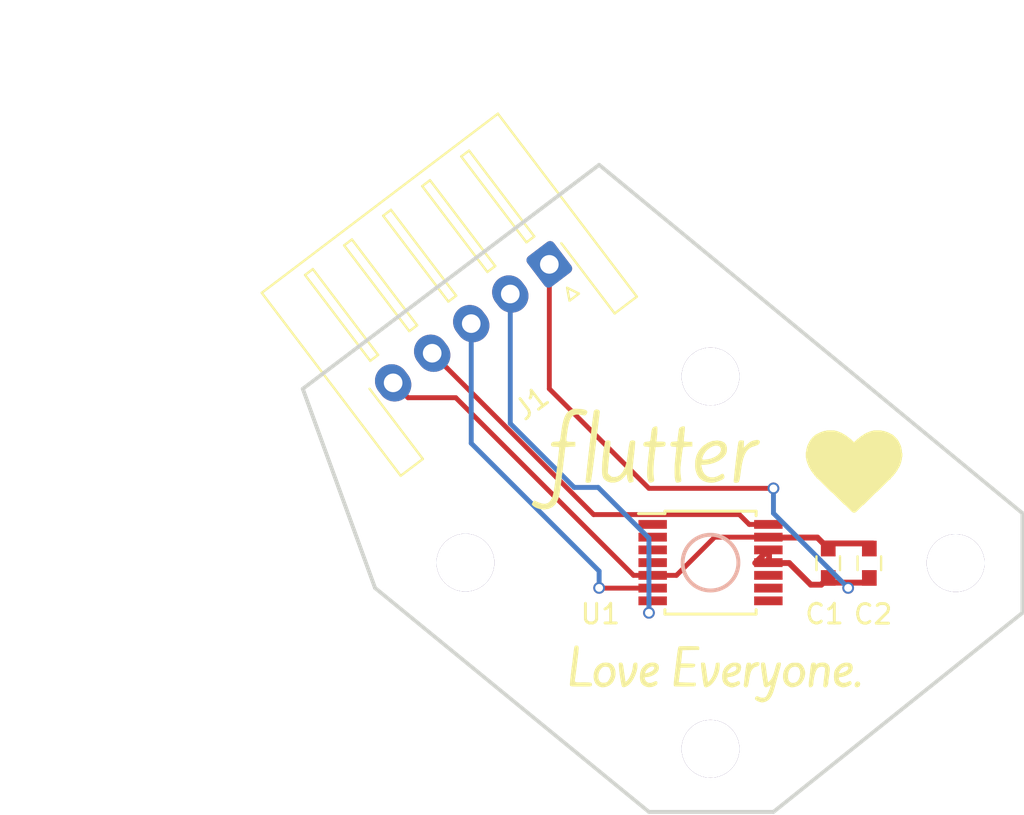
<source format=kicad_pcb>
(kicad_pcb (version 20171130) (host pcbnew 5.1.4-e60b266~84~ubuntu18.04.1)

  (general
    (thickness 1.6)
    (drawings 11)
    (tracks 45)
    (zones 0)
    (modules 10)
    (nets 13)
  )

  (page A4)
  (layers
    (0 Top signal)
    (31 Bottom signal)
    (32 B.Adhes user)
    (33 F.Adhes user hide)
    (34 B.Paste user hide)
    (35 F.Paste user hide)
    (36 B.SilkS user hide)
    (37 F.SilkS user)
    (38 B.Mask user hide)
    (39 F.Mask user hide)
    (40 Dwgs.User user)
    (41 Cmts.User user)
    (42 Eco1.User user hide)
    (43 Eco2.User user hide)
    (44 Edge.Cuts user)
    (45 Margin user hide)
    (46 B.CrtYd user hide)
    (47 F.CrtYd user hide)
    (48 B.Fab user hide)
    (49 F.Fab user)
  )

  (setup
    (last_trace_width 0.25)
    (trace_clearance 0.1524)
    (zone_clearance 0.508)
    (zone_45_only no)
    (trace_min 0.2)
    (via_size 0.6)
    (via_drill 0.4)
    (via_min_size 0.4)
    (via_min_drill 0.3)
    (uvia_size 0.3)
    (uvia_drill 0.1)
    (uvias_allowed no)
    (uvia_min_size 0.2)
    (uvia_min_drill 0.1)
    (edge_width 0.2)
    (segment_width 0.2)
    (pcb_text_width 0.3)
    (pcb_text_size 1.5 1.5)
    (mod_edge_width 0.15)
    (mod_text_size 1 1)
    (mod_text_width 0.15)
    (pad_size 1.524 1.524)
    (pad_drill 0.762)
    (pad_to_mask_clearance 0.2)
    (solder_mask_min_width 0.25)
    (aux_axis_origin 0 0)
    (grid_origin 82.55 100.33)
    (visible_elements FFFFDFFF)
    (pcbplotparams
      (layerselection 0x010fc_80000001)
      (usegerberextensions true)
      (usegerberattributes false)
      (usegerberadvancedattributes false)
      (creategerberjobfile false)
      (excludeedgelayer true)
      (linewidth 0.100000)
      (plotframeref false)
      (viasonmask false)
      (mode 1)
      (useauxorigin false)
      (hpglpennumber 1)
      (hpglpenspeed 20)
      (hpglpendiameter 15.000000)
      (psnegative false)
      (psa4output false)
      (plotreference true)
      (plotvalue true)
      (plotinvisibletext false)
      (padsonsilk false)
      (subtractmaskfromsilk false)
      (outputformat 1)
      (mirror false)
      (drillshape 0)
      (scaleselection 1)
      (outputdirectory "Gerber"))
  )

  (net 0 "")
  (net 1 "Net-(U1-Pad9)")
  (net 2 "Net-(U1-Pad10)")
  (net 3 GND)
  (net 4 "Net-(U1-Pad8)")
  (net 5 /VCC)
  (net 6 "Net-(J1-Pad2)")
  (net 7 "Net-(J1-Pad3)")
  (net 8 "Net-(J1-Pad4)")
  (net 9 "Net-(U1-Pad1)")
  (net 10 "Net-(U1-Pad2)")
  (net 11 "Net-(U1-Pad3)")
  (net 12 "Net-(U1-Pad4)")

  (net_class Default "This is the default net class."
    (clearance 0.1524)
    (trace_width 0.25)
    (via_dia 0.6)
    (via_drill 0.4)
    (uvia_dia 0.3)
    (uvia_drill 0.1)
    (add_net /VCC)
    (add_net GND)
    (add_net "Net-(J1-Pad2)")
    (add_net "Net-(J1-Pad3)")
    (add_net "Net-(J1-Pad4)")
    (add_net "Net-(U1-Pad1)")
    (add_net "Net-(U1-Pad10)")
    (add_net "Net-(U1-Pad2)")
    (add_net "Net-(U1-Pad3)")
    (add_net "Net-(U1-Pad4)")
    (add_net "Net-(U1-Pad8)")
    (add_net "Net-(U1-Pad9)")
  )

  (module Housings_SSOP:TSSOP-14_4.4x5mm_Pitch0.65mm (layer Top) (tedit 5A485CBF) (tstamp 5A5AAF3A)
    (at 89.5 96.5)
    (descr "14-Lead Plastic Thin Shrink Small Outline (ST)-4.4 mm Body [TSSOP] (see Microchip Packaging Specification 00000049BS.pdf)")
    (tags "SSOP 0.65")
    (path /5A489C6C)
    (attr smd)
    (fp_text reference U1 (at -5.6165 2.6235) (layer F.SilkS)
      (effects (font (size 1 1) (thickness 0.15)))
    )
    (fp_text value AS5047 (at 0 3.55) (layer F.Fab)
      (effects (font (size 1 1) (thickness 0.15)))
    )
    (fp_line (start -1.2 -2.5) (end 2.2 -2.5) (layer F.Fab) (width 0.15))
    (fp_line (start 2.2 -2.5) (end 2.2 2.5) (layer F.Fab) (width 0.15))
    (fp_line (start 2.2 2.5) (end -2.2 2.5) (layer F.Fab) (width 0.15))
    (fp_line (start -2.2 2.5) (end -2.2 -1.5) (layer F.Fab) (width 0.15))
    (fp_line (start -2.2 -1.5) (end -1.2 -2.5) (layer F.Fab) (width 0.15))
    (fp_line (start -3.95 -2.8) (end -3.95 2.8) (layer F.CrtYd) (width 0.05))
    (fp_line (start 3.95 -2.8) (end 3.95 2.8) (layer F.CrtYd) (width 0.05))
    (fp_line (start -3.95 -2.8) (end 3.95 -2.8) (layer F.CrtYd) (width 0.05))
    (fp_line (start -3.95 2.8) (end 3.95 2.8) (layer F.CrtYd) (width 0.05))
    (fp_line (start -2.325 -2.625) (end -2.325 -2.5) (layer F.SilkS) (width 0.15))
    (fp_line (start 2.325 -2.625) (end 2.325 -2.4) (layer F.SilkS) (width 0.15))
    (fp_line (start 2.325 2.625) (end 2.325 2.4) (layer F.SilkS) (width 0.15))
    (fp_line (start -2.325 2.625) (end -2.325 2.4) (layer F.SilkS) (width 0.15))
    (fp_line (start -2.325 -2.625) (end 2.325 -2.625) (layer F.SilkS) (width 0.15))
    (fp_line (start -2.325 2.625) (end 2.325 2.625) (layer F.SilkS) (width 0.15))
    (fp_line (start -2.325 -2.5) (end -3.675 -2.5) (layer F.SilkS) (width 0.15))
    (fp_text user %R (at 0 0) (layer F.Fab)
      (effects (font (size 0.8 0.8) (thickness 0.15)))
    )
    (pad 1 smd rect (at -2.95 -1.95) (size 1.45 0.45) (layers Top F.Paste F.Mask)
      (net 9 "Net-(U1-Pad1)"))
    (pad 2 smd rect (at -2.95 -1.3) (size 1.45 0.45) (layers Top F.Paste F.Mask)
      (net 10 "Net-(U1-Pad2)"))
    (pad 3 smd rect (at -2.95 -0.65) (size 1.45 0.45) (layers Top F.Paste F.Mask)
      (net 11 "Net-(U1-Pad3)"))
    (pad 4 smd rect (at -2.95 0) (size 1.45 0.45) (layers Top F.Paste F.Mask)
      (net 12 "Net-(U1-Pad4)"))
    (pad 5 smd rect (at -2.95 0.65) (size 1.45 0.45) (layers Top F.Paste F.Mask)
      (net 3 GND))
    (pad 6 smd rect (at -2.95 1.3) (size 1.45 0.45) (layers Top F.Paste F.Mask)
      (net 7 "Net-(J1-Pad3)"))
    (pad 7 smd rect (at -2.95 1.95) (size 1.45 0.45) (layers Top F.Paste F.Mask)
      (net 6 "Net-(J1-Pad2)"))
    (pad 8 smd rect (at 2.95 1.95) (size 1.45 0.45) (layers Top F.Paste F.Mask)
      (net 4 "Net-(U1-Pad8)"))
    (pad 9 smd rect (at 2.95 1.3) (size 1.45 0.45) (layers Top F.Paste F.Mask)
      (net 1 "Net-(U1-Pad9)"))
    (pad 10 smd rect (at 2.95 0.65) (size 1.45 0.45) (layers Top F.Paste F.Mask)
      (net 2 "Net-(U1-Pad10)"))
    (pad 11 smd rect (at 2.95 0) (size 1.45 0.45) (layers Top F.Paste F.Mask)
      (net 5 /VCC))
    (pad 12 smd rect (at 2.95 -0.65) (size 1.45 0.45) (layers Top F.Paste F.Mask)
      (net 5 /VCC))
    (pad 13 smd rect (at 2.95 -1.3) (size 1.45 0.45) (layers Top F.Paste F.Mask)
      (net 3 GND))
    (pad 14 smd rect (at 2.95 -1.95) (size 1.45 0.45) (layers Top F.Paste F.Mask)
      (net 8 "Net-(J1-Pad4)"))
    (model ${KISYS3DMOD}/Housings_SSOP.3dshapes/TSSOP-14_4.4x5mm_Pitch0.65mm.wrl
      (at (xyz 0 0 0))
      (scale (xyz 1 1 1))
      (rotate (xyz 0 0 0))
    )
  )

  (module conn-wire-pads:Hole-Screw-NP-#4 (layer Top) (tedit 5C4CB804) (tstamp 5A6574B9)
    (at 102.87 96.52)
    (descr "Mounting Hole - Screw #4")
    (attr virtual)
    (fp_text reference "" (at 0 -2.54) (layer F.SilkS) hide
      (effects (font (size 1 1) (thickness 0.18)))
    )
    (fp_text value "" (at 0 4.7) (layer F.Fab) hide
      (effects (font (size 1 1) (thickness 0.18)))
    )
    (pad P thru_hole circle (at -0.87 0) (size 2.9464 2.9464) (drill 2.9464) (layers *.Cu *.Mask)
      (clearance 2.7178) (zone_connect 0))
  )

  (module conn-wire-pads:Hole-Screw-NP-#4 (layer Top) (tedit 5C4CB807) (tstamp 5A6574BE)
    (at 88.9 102.87)
    (descr "Mounting Hole - Screw #4")
    (attr virtual)
    (fp_text reference "" (at 0 -4.6) (layer F.SilkS) hide
      (effects (font (size 1 1) (thickness 0.18)))
    )
    (fp_text value "" (at 0 4.7) (layer F.Fab) hide
      (effects (font (size 1 1) (thickness 0.18)))
    )
    (pad P thru_hole circle (at 0.6 -15.87) (size 2.9464 2.9464) (drill 2.9464) (layers *.Cu *.Mask)
      (clearance 2.7178) (zone_connect 0))
  )

  (module conn-wire-pads:Hole-Screw-NP-#4 (layer Top) (tedit 5C4CB80D) (tstamp 5A6574C3)
    (at 88.9 90.17)
    (descr "Mounting Hole - Screw #4")
    (attr virtual)
    (fp_text reference "" (at 0 -4.6) (layer F.SilkS) hide
      (effects (font (size 1 1) (thickness 0.18)))
    )
    (fp_text value "" (at 0 4.7) (layer F.Fab) hide
      (effects (font (size 1 1) (thickness 0.18)))
    )
    (pad P thru_hole circle (at 0.6 15.83) (size 2.9464 2.9464) (drill 2.9464) (layers *.Cu *.Mask)
      (clearance 2.7178) (zone_connect 0))
  )

  (module conn-wire-pads:Hole-Screw-NP-#4 (layer Top) (tedit 5C4CB80A) (tstamp 5A6574C8)
    (at 77.47 96.52)
    (descr "Mounting Hole - Screw #4")
    (attr virtual)
    (fp_text reference "" (at 0 -4.6) (layer F.SilkS) hide
      (effects (font (size 1 1) (thickness 0.18)))
    )
    (fp_text value "" (at 0 4.7) (layer F.Fab) hide
      (effects (font (size 1 1) (thickness 0.18)))
    )
    (pad P thru_hole circle (at -0.47 -0.02) (size 2.9464 2.9464) (drill 2.9464) (layers *.Cu *.Mask)
      (clearance 2.7178) (zone_connect 0))
  )

  (module Capacitors_SMD:C_0603 (layer Top) (tedit 5C4CB81F) (tstamp 5A551A77)
    (at 95.504 96.532 90)
    (descr "Capacitor SMD 0603, reflow soldering, AVX (see smccp.pdf)")
    (tags "capacitor 0603")
    (path /5A4900D1)
    (attr smd)
    (fp_text reference C1 (at -2.5915 -0.1905 180) (layer F.SilkS)
      (effects (font (size 1 1) (thickness 0.15)))
    )
    (fp_text value C (at 0 1.5 90) (layer F.Fab) hide
      (effects (font (size 1 1) (thickness 0.15)))
    )
    (fp_line (start 1.4 0.65) (end -1.4 0.65) (layer F.CrtYd) (width 0.05))
    (fp_line (start 1.4 0.65) (end 1.4 -0.65) (layer F.CrtYd) (width 0.05))
    (fp_line (start -1.4 -0.65) (end -1.4 0.65) (layer F.CrtYd) (width 0.05))
    (fp_line (start -1.4 -0.65) (end 1.4 -0.65) (layer F.CrtYd) (width 0.05))
    (fp_line (start 0.35 0.6) (end -0.35 0.6) (layer F.SilkS) (width 0.12))
    (fp_line (start -0.35 -0.6) (end 0.35 -0.6) (layer F.SilkS) (width 0.12))
    (fp_line (start -0.8 -0.4) (end 0.8 -0.4) (layer F.Fab) (width 0.1))
    (fp_line (start 0.8 -0.4) (end 0.8 0.4) (layer F.Fab) (width 0.1))
    (fp_line (start 0.8 0.4) (end -0.8 0.4) (layer F.Fab) (width 0.1))
    (fp_line (start -0.8 0.4) (end -0.8 -0.4) (layer F.Fab) (width 0.1))
    (fp_text user %R (at 0.012 0 90) (layer F.Fab)
      (effects (font (size 0.3 0.3) (thickness 0.075)))
    )
    (pad 2 smd rect (at 0.75 0 90) (size 0.8 0.75) (layers Top F.Paste F.Mask)
      (net 3 GND))
    (pad 1 smd rect (at -0.75 0 90) (size 0.8 0.75) (layers Top F.Paste F.Mask)
      (net 5 /VCC))
    (model Capacitors_SMD.3dshapes/C_0603.wrl
      (at (xyz 0 0 0))
      (scale (xyz 1 1 1))
      (rotate (xyz 0 0 0))
    )
  )

  (module Capacitors_SMD:C_0603 (layer Top) (tedit 5C4CB815) (tstamp 5A551A7C)
    (at 97.5995 96.532 90)
    (descr "Capacitor SMD 0603, reflow soldering, AVX (see smccp.pdf)")
    (tags "capacitor 0603")
    (path /5A490198)
    (attr smd)
    (fp_text reference C2 (at -2.6035 0.1905 180) (layer F.SilkS)
      (effects (font (size 1 1) (thickness 0.15)))
    )
    (fp_text value C (at 0 1.5 90) (layer F.Fab)
      (effects (font (size 1 1) (thickness 0.15)))
    )
    (fp_line (start 1.4 0.65) (end -1.4 0.65) (layer F.CrtYd) (width 0.05))
    (fp_line (start 1.4 0.65) (end 1.4 -0.65) (layer F.CrtYd) (width 0.05))
    (fp_line (start -1.4 -0.65) (end -1.4 0.65) (layer F.CrtYd) (width 0.05))
    (fp_line (start -1.4 -0.65) (end 1.4 -0.65) (layer F.CrtYd) (width 0.05))
    (fp_line (start 0.35 0.6) (end -0.35 0.6) (layer F.SilkS) (width 0.12))
    (fp_line (start -0.35 -0.6) (end 0.35 -0.6) (layer F.SilkS) (width 0.12))
    (fp_line (start -0.8 -0.4) (end 0.8 -0.4) (layer F.Fab) (width 0.1))
    (fp_line (start 0.8 -0.4) (end 0.8 0.4) (layer F.Fab) (width 0.1))
    (fp_line (start 0.8 0.4) (end -0.8 0.4) (layer F.Fab) (width 0.1))
    (fp_line (start -0.8 0.4) (end -0.8 -0.4) (layer F.Fab) (width 0.1))
    (fp_text user %R (at 0 0 90) (layer F.Fab)
      (effects (font (size 0.3 0.3) (thickness 0.075)))
    )
    (pad 2 smd rect (at 0.75 0 90) (size 0.8 0.75) (layers Top F.Paste F.Mask)
      (net 3 GND))
    (pad 1 smd rect (at -0.75 0 90) (size 0.8 0.75) (layers Top F.Paste F.Mask)
      (net 5 /VCC))
    (model Capacitors_SMD.3dshapes/C_0603.wrl
      (at (xyz 0 0 0))
      (scale (xyz 1 1 1))
      (rotate (xyz 0 0 0))
    )
  )

  (module vesc_encoder:love_small (layer Top) (tedit 5C4CB801) (tstamp 5A5F1028)
    (at 89.789 102.108)
    (fp_text reference "" (at 15.621 5.842) (layer F.SilkS) hide
      (effects (font (size 1.524 1.524) (thickness 0.3)))
    )
    (fp_text value "" (at 0.75 0) (layer F.SilkS) hide
      (effects (font (size 1.524 1.524) (thickness 0.3)))
    )
    (fp_poly (pts (xy 2.41751 -0.507735) (xy 2.444613 -0.503325) (xy 2.466564 -0.489352) (xy 2.484926 -0.460398)
      (xy 2.501262 -0.411045) (xy 2.517136 -0.335873) (xy 2.53411 -0.229465) (xy 2.553748 -0.086402)
      (xy 2.577613 0.098735) (xy 2.592527 0.2159) (xy 2.606097 0.314898) (xy 2.619607 0.401212)
      (xy 2.629779 0.45448) (xy 2.64439 0.51526) (xy 2.730759 0.431548) (xy 2.809151 0.337316)
      (xy 2.878059 0.213246) (xy 2.940552 0.05257) (xy 2.999699 -0.151477) (xy 3.005419 -0.174014)
      (xy 3.035411 -0.286065) (xy 3.064415 -0.381604) (xy 3.088569 -0.44856) (xy 3.100927 -0.472464)
      (xy 3.145222 -0.497018) (xy 3.212261 -0.507964) (xy 3.21621 -0.508) (xy 3.263059 -0.504082)
      (xy 3.290958 -0.487278) (xy 3.30051 -0.450017) (xy 3.292318 -0.384725) (xy 3.266985 -0.28383)
      (xy 3.241203 -0.194174) (xy 3.210712 -0.088034) (xy 3.172143 0.049718) (xy 3.130353 0.201572)
      (xy 3.0902 0.350015) (xy 3.088706 0.3556) (xy 3.052625 0.490229) (xy 3.018743 0.616131)
      (xy 2.990467 0.720683) (xy 2.971202 0.791265) (xy 2.968757 0.8001) (xy 2.898315 1.02048)
      (xy 2.821182 1.19452) (xy 2.734294 1.326549) (xy 2.634586 1.420896) (xy 2.518993 1.48189)
      (xy 2.4765 1.495531) (xy 2.391643 1.515939) (xy 2.326157 1.519551) (xy 2.254452 1.505733)
      (xy 2.1971 1.488591) (xy 2.080621 1.440955) (xy 2.006925 1.386694) (xy 1.978106 1.329128)
      (xy 1.996258 1.271578) (xy 2.036573 1.234095) (xy 2.078001 1.211177) (xy 2.116139 1.214386)
      (xy 2.172921 1.245355) (xy 2.269514 1.283631) (xy 2.377372 1.294083) (xy 2.476943 1.276705)
      (xy 2.534402 1.245424) (xy 2.568291 1.203055) (xy 2.609353 1.13099) (xy 2.653596 1.03931)
      (xy 2.697026 0.938099) (xy 2.735648 0.83744) (xy 2.765471 0.747414) (xy 2.782501 0.678105)
      (xy 2.782743 0.639595) (xy 2.776171 0.635) (xy 2.748938 0.648143) (xy 2.699805 0.680025)
      (xy 2.696321 0.682467) (xy 2.601968 0.736755) (xy 2.530352 0.749142) (xy 2.479214 0.722986)
      (xy 2.460632 0.702854) (xy 2.446249 0.679504) (xy 2.43399 0.644381) (xy 2.421782 0.588933)
      (xy 2.40755 0.504607) (xy 2.389221 0.382848) (xy 2.377804 0.3048) (xy 2.345435 0.081523)
      (xy 2.320568 -0.096602) (xy 2.303238 -0.234676) (xy 2.293484 -0.337796) (xy 2.291341 -0.41106)
      (xy 2.296848 -0.459566) (xy 2.31004 -0.488414) (xy 2.330955 -0.5027) (xy 2.35963 -0.507524)
      (xy 2.383692 -0.508001) (xy 2.41751 -0.507735)) (layer F.SilkS) (width 0.01))
    (fp_poly (pts (xy -5.578057 -0.503581) (xy -5.438189 -0.480859) (xy -5.331896 -0.428021) (xy -5.247701 -0.337405)
      (xy -5.196486 -0.24884) (xy -5.142554 -0.085771) (xy -5.133068 0.089384) (xy -5.166649 0.266787)
      (xy -5.241917 0.436605) (xy -5.305749 0.529799) (xy -5.412252 0.629564) (xy -5.54508 0.702016)
      (xy -5.690198 0.742722) (xy -5.83357 0.747251) (xy -5.926959 0.725946) (xy -6.05924 0.652134)
      (xy -6.158147 0.541696) (xy -6.221675 0.397966) (xy -6.247818 0.224275) (xy -6.2484 0.191729)
      (xy -6.243763 0.147844) (xy -6.015878 0.147844) (xy -6.01326 0.273976) (xy -5.983022 0.385102)
      (xy -5.924629 0.469887) (xy -5.896391 0.49192) (xy -5.816525 0.520264) (xy -5.71634 0.52591)
      (xy -5.617698 0.510183) (xy -5.542464 0.474408) (xy -5.537508 0.470178) (xy -5.480749 0.399339)
      (xy -5.426171 0.29968) (xy -5.383055 0.191823) (xy -5.360684 0.096392) (xy -5.3594 0.074406)
      (xy -5.370057 -0.02272) (xy -5.397763 -0.124372) (xy -5.43612 -0.212339) (xy -5.478733 -0.268408)
      (xy -5.48022 -0.269566) (xy -5.531625 -0.290038) (xy -5.609572 -0.302415) (xy -5.64515 -0.303993)
      (xy -5.722221 -0.299826) (xy -5.778703 -0.279511) (xy -5.836743 -0.233227) (xy -5.86337 -0.207231)
      (xy -5.940398 -0.104095) (xy -5.991412 0.018041) (xy -6.015878 0.147844) (xy -6.243763 0.147844)
      (xy -6.227476 -0.006279) (xy -6.165723 -0.178617) (xy -6.064667 -0.321392) (xy -6.035775 -0.34987)
      (xy -5.91592 -0.440272) (xy -5.789607 -0.490563) (xy -5.641709 -0.505824) (xy -5.578057 -0.503581)) (layer F.SilkS) (width 0.01))
    (fp_poly (pts (xy -4.100848 -0.50383) (xy -4.055247 -0.494502) (xy -4.031828 -0.470536) (xy -4.021424 -0.417563)
      (xy -4.01814 -0.374178) (xy -4.026381 -0.223153) (xy -4.065047 -0.053282) (xy -4.128574 0.123812)
      (xy -4.211398 0.296507) (xy -4.307956 0.453179) (xy -4.412684 0.582207) (xy -4.518446 0.670987)
      (xy -4.632438 0.729733) (xy -4.722216 0.74857) (xy -4.781456 0.729703) (xy -4.797996 0.707293)
      (xy -4.814647 0.663087) (xy -4.832379 0.592156) (xy -4.852159 0.489573) (xy -4.874955 0.350409)
      (xy -4.901736 0.169737) (xy -4.927329 -0.0127) (xy -4.941957 -0.132399) (xy -4.953805 -0.254111)
      (xy -4.960398 -0.352285) (xy -4.960526 -0.3556) (xy -4.962277 -0.435557) (xy -4.955376 -0.477942)
      (xy -4.933056 -0.49595) (xy -4.888546 -0.502774) (xy -4.884838 -0.503134) (xy -4.834175 -0.502393)
      (xy -4.797396 -0.483725) (xy -4.770599 -0.439583) (xy -4.749883 -0.36242) (xy -4.731345 -0.244688)
      (xy -4.724779 -0.193544) (xy -4.708778 -0.073027) (xy -4.691237 0.046313) (xy -4.675475 0.142108)
      (xy -4.672778 0.156737) (xy -4.658077 0.251036) (xy -4.649295 0.339773) (xy -4.6482 0.370267)
      (xy -4.640213 0.441663) (xy -4.614809 0.466399) (xy -4.569827 0.445034) (xy -4.524659 0.402011)
      (xy -4.437379 0.283699) (xy -4.358982 0.131774) (xy -4.296053 -0.036631) (xy -4.255177 -0.204379)
      (xy -4.242705 -0.331696) (xy -4.227152 -0.431206) (xy -4.183079 -0.488984) (xy -4.110752 -0.504708)
      (xy -4.100848 -0.50383)) (layer F.SilkS) (width 0.01))
    (fp_poly (pts (xy -3.145414 -0.499531) (xy -3.042699 -0.465633) (xy -2.969432 -0.407611) (xy -2.945309 -0.36543)
      (xy -2.92221 -0.240471) (xy -2.946954 -0.120857) (xy -3.016599 -0.010721) (xy -3.128204 0.085804)
      (xy -3.278827 0.164586) (xy -3.338275 0.186553) (xy -3.433364 0.211874) (xy -3.527703 0.226854)
      (xy -3.560525 0.2286) (xy -3.626453 0.235792) (xy -3.655378 0.262422) (xy -3.649923 0.316072)
      (xy -3.617718 0.393867) (xy -3.552735 0.476892) (xy -3.459657 0.52514) (xy -3.349412 0.536355)
      (xy -3.232931 0.508284) (xy -3.183428 0.483444) (xy -3.097198 0.445928) (xy -3.036458 0.447981)
      (xy -3.004841 0.488463) (xy -3.002103 0.540273) (xy -3.015474 0.593369) (xy -3.051325 0.633592)
      (xy -3.12233 0.674893) (xy -3.126148 0.676798) (xy -3.287715 0.736039) (xy -3.440752 0.747299)
      (xy -3.556 0.723888) (xy -3.691476 0.66353) (xy -3.788517 0.57921) (xy -3.850643 0.465427)
      (xy -3.881371 0.31668) (xy -3.8862 0.207563) (xy -3.870067 0.035625) (xy -3.631225 0.035625)
      (xy -3.614817 0.0508) (xy -3.582846 0.044412) (xy -3.517422 0.027823) (xy -3.448435 0.008993)
      (xy -3.336594 -0.03347) (xy -3.246275 -0.088701) (xy -3.182739 -0.15019) (xy -3.151244 -0.211428)
      (xy -3.157051 -0.265905) (xy -3.19655 -0.30274) (xy -3.268227 -0.314776) (xy -3.356112 -0.291971)
      (xy -3.447332 -0.241135) (xy -3.529012 -0.16908) (xy -3.579006 -0.10043) (xy -3.620309 -0.015829)
      (xy -3.631225 0.035625) (xy -3.870067 0.035625) (xy -3.867099 0.003994) (xy -3.809419 -0.166891)
      (xy -3.712599 -0.306102) (xy -3.576078 -0.414649) (xy -3.52506 -0.442504) (xy -3.397113 -0.489365)
      (xy -3.267058 -0.507908) (xy -3.145414 -0.499531)) (layer F.SilkS) (width 0.01))
    (fp_poly (pts (xy -0.657465 -0.503501) (xy -0.611298 -0.49681) (xy -0.583228 -0.479911) (xy -0.565473 -0.440952)
      (xy -0.550255 -0.368079) (xy -0.543718 -0.3302) (xy -0.527749 -0.228764) (xy -0.509176 -0.099059)
      (xy -0.491132 0.036708) (xy -0.484622 0.0889) (xy -0.465655 0.240347) (xy -0.450608 0.348199)
      (xy -0.438099 0.41938) (xy -0.426748 0.460816) (xy -0.415171 0.479434) (xy -0.406083 0.4826)
      (xy -0.373267 0.462131) (xy -0.325001 0.408541) (xy -0.269697 0.333552) (xy -0.215772 0.248887)
      (xy -0.171641 0.16627) (xy -0.15994 0.1397) (xy -0.12225 0.03235) (xy -0.084007 -0.101248)
      (xy -0.050416 -0.240364) (xy -0.026683 -0.364263) (xy -0.019653 -0.4191) (xy -0.009324 -0.470549)
      (xy 0.019801 -0.491525) (xy 0.0762 -0.4953) (xy 0.1651 -0.4953) (xy 0.172794 -0.361465)
      (xy 0.162981 -0.188002) (xy 0.11875 -0.000799) (xy 0.045943 0.188043) (xy -0.049593 0.366423)
      (xy -0.162015 0.522239) (xy -0.285477 0.643389) (xy -0.32692 0.673225) (xy -0.431439 0.729489)
      (xy -0.518769 0.752528) (xy -0.57972 0.740548) (xy -0.606121 0.705835) (xy -0.630338 0.635125)
      (xy -0.653427 0.524005) (xy -0.676446 0.368062) (xy -0.684683 0.302062) (xy -0.6997 0.18101)
      (xy -0.718689 0.033265) (xy -0.738592 -0.117553) (xy -0.748343 -0.189754) (xy -0.761859 -0.304265)
      (xy -0.769217 -0.400025) (xy -0.769811 -0.465937) (xy -0.764707 -0.490054) (xy -0.726642 -0.502624)
      (xy -0.663254 -0.504002) (xy -0.657465 -0.503501)) (layer F.SilkS) (width 0.01))
    (fp_poly (pts (xy 1.002838 -0.502744) (xy 1.129023 -0.47853) (xy 1.213237 -0.428418) (xy 1.258907 -0.349307)
      (xy 1.27 -0.261012) (xy 1.250125 -0.124652) (xy 1.188727 -0.011012) (xy 1.083143 0.083378)
      (xy 0.9525 0.15287) (xy 0.8481 0.188906) (xy 0.73381 0.215635) (xy 0.69215 0.221634)
      (xy 0.614596 0.231696) (xy 0.574991 0.246243) (xy 0.560636 0.273721) (xy 0.5588 0.310307)
      (xy 0.583361 0.395281) (xy 0.633046 0.459153) (xy 0.726358 0.518457) (xy 0.840734 0.533595)
      (xy 0.971803 0.504373) (xy 1.034757 0.476854) (xy 1.102659 0.44436) (xy 1.140808 0.434172)
      (xy 1.164681 0.445473) (xy 1.183589 0.469009) (xy 1.211833 0.519968) (xy 1.2192 0.549111)
      (xy 1.196485 0.59342) (xy 1.135866 0.64288) (xy 1.048632 0.689959) (xy 0.957096 0.723953)
      (xy 0.874187 0.747376) (xy 0.81841 0.756843) (xy 0.768381 0.75345) (xy 0.702715 0.738292)
      (xy 0.6985 0.73721) (xy 0.544474 0.679302) (xy 0.430343 0.593598) (xy 0.354514 0.477541)
      (xy 0.315393 0.328574) (xy 0.311388 0.144138) (xy 0.31325 0.118786) (xy 0.33444 0.016051)
      (xy 0.559642 0.016051) (xy 0.579601 0.039181) (xy 0.637505 0.038226) (xy 0.65405 0.035416)
      (xy 0.739689 0.01346) (xy 0.834979 -0.019298) (xy 0.858845 -0.029016) (xy 0.957086 -0.078031)
      (xy 1.014085 -0.127373) (xy 1.038592 -0.186392) (xy 1.0414 -0.224069) (xy 1.024336 -0.28898)
      (xy 0.978405 -0.320874) (xy 0.911501 -0.321793) (xy 0.831516 -0.293782) (xy 0.746343 -0.238886)
      (xy 0.663873 -0.15915) (xy 0.631275 -0.117828) (xy 0.577057 -0.035005) (xy 0.559642 0.016051)
      (xy 0.33444 0.016051) (xy 0.350284 -0.06076) (xy 0.426181 -0.217028) (xy 0.535041 -0.344699)
      (xy 0.670961 -0.438455) (xy 0.82804 -0.492976) (xy 1.000378 -0.502944) (xy 1.002838 -0.502744)) (layer F.SilkS) (width 0.01))
    (fp_poly (pts (xy 2.117265 -0.528457) (xy 2.177524 -0.512889) (xy 2.202983 -0.47478) (xy 2.205491 -0.461456)
      (xy 2.192931 -0.389656) (xy 2.143209 -0.332936) (xy 2.069954 -0.305524) (xy 2.055412 -0.3048)
      (xy 1.973827 -0.28216) (xy 1.889528 -0.221101) (xy 1.814208 -0.13192) (xy 1.771564 -0.054868)
      (xy 1.748487 0.014381) (xy 1.722491 0.119623) (xy 1.696799 0.246426) (xy 1.675096 0.377187)
      (xy 1.651563 0.524462) (xy 1.630175 0.627552) (xy 1.609257 0.692927) (xy 1.587136 0.727057)
      (xy 1.583911 0.729665) (xy 1.518284 0.759743) (xy 1.460323 0.742267) (xy 1.436891 0.722062)
      (xy 1.408989 0.664118) (xy 1.409733 0.626812) (xy 1.418397 0.576525) (xy 1.430168 0.491581)
      (xy 1.442891 0.38785) (xy 1.446554 0.3556) (xy 1.472087 0.125973) (xy 1.492972 -0.058202)
      (xy 1.510497 -0.201927) (xy 1.525952 -0.310203) (xy 1.540626 -0.388031) (xy 1.555806 -0.440411)
      (xy 1.572781 -0.472345) (xy 1.59284 -0.488834) (xy 1.617272 -0.494878) (xy 1.647366 -0.495479)
      (xy 1.665816 -0.4953) (xy 1.730478 -0.491486) (xy 1.758357 -0.474657) (xy 1.763283 -0.43815)
      (xy 1.76963 -0.393575) (xy 1.782333 -0.381) (xy 1.803138 -0.400051) (xy 1.8034 -0.403603)
      (xy 1.825623 -0.431087) (xy 1.882019 -0.463486) (xy 1.957176 -0.494672) (xy 2.035681 -0.518513)
      (xy 2.102124 -0.528879) (xy 2.117265 -0.528457)) (layer F.SilkS) (width 0.01))
    (fp_poly (pts (xy 4.134577 -0.493341) (xy 4.206429 -0.485658) (xy 4.259156 -0.468237) (xy 4.308566 -0.437423)
      (xy 4.322827 -0.426761) (xy 4.412101 -0.331797) (xy 4.48347 -0.202913) (xy 4.528331 -0.056131)
      (xy 4.53152 -0.0381) (xy 4.532292 0.09569) (xy 4.499447 0.245009) (xy 4.439103 0.393726)
      (xy 4.357373 0.525715) (xy 4.289289 0.600815) (xy 4.193092 0.665842) (xy 4.072975 0.715349)
      (xy 3.946825 0.744446) (xy 3.832526 0.748245) (xy 3.784435 0.738827) (xy 3.633934 0.669443)
      (xy 3.521895 0.567185) (xy 3.447778 0.43135) (xy 3.411038 0.261239) (xy 3.410495 0.255456)
      (xy 3.412929 0.179469) (xy 3.657694 0.179469) (xy 3.665339 0.30201) (xy 3.690238 0.391468)
      (xy 3.707527 0.424473) (xy 3.77975 0.499195) (xy 3.874404 0.535566) (xy 3.979772 0.532847)
      (xy 4.084137 0.490298) (xy 4.134917 0.451456) (xy 4.216837 0.344468) (xy 4.270055 0.209041)
      (xy 4.291567 0.060556) (xy 4.278369 -0.085606) (xy 4.254541 -0.161082) (xy 4.206965 -0.242241)
      (xy 4.140746 -0.28744) (xy 4.043247 -0.304182) (xy 4.01244 -0.3048) (xy 3.891886 -0.28182)
      (xy 3.792718 -0.215997) (xy 3.718361 -0.112007) (xy 3.672242 0.025474) (xy 3.657694 0.179469)
      (xy 3.412929 0.179469) (xy 3.41612 0.079861) (xy 3.460981 -0.09127) (xy 3.53976 -0.246053)
      (xy 3.647139 -0.372604) (xy 3.714945 -0.424891) (xy 3.776978 -0.460918) (xy 3.836105 -0.482013)
      (xy 3.90962 -0.492048) (xy 4.01482 -0.494898) (xy 4.02779 -0.494937) (xy 4.134577 -0.493341)) (layer F.SilkS) (width 0.01))
    (fp_poly (pts (xy 5.553712 -0.493828) (xy 5.617582 -0.47224) (xy 5.696881 -0.420658) (xy 5.751027 -0.349592)
      (xy 5.78124 -0.253192) (xy 5.788739 -0.125608) (xy 5.774746 0.039012) (xy 5.7531 0.1778)
      (xy 5.735391 0.287014) (xy 5.72203 0.385941) (xy 5.715286 0.457218) (xy 5.714893 0.4699)
      (xy 5.702943 0.591126) (xy 5.67014 0.683569) (xy 5.620129 0.738576) (xy 5.597804 0.747757)
      (xy 5.531386 0.749272) (xy 5.495366 0.733501) (xy 5.481067 0.717993) (xy 5.472134 0.694643)
      (xy 5.468811 0.656129) (xy 5.471343 0.595131) (xy 5.479974 0.504329) (xy 5.494948 0.376402)
      (xy 5.5118 0.2413) (xy 5.532095 0.078182) (xy 5.545891 -0.04209) (xy 5.553371 -0.127033)
      (xy 5.554717 -0.184159) (xy 5.550115 -0.220982) (xy 5.539745 -0.245017) (xy 5.524108 -0.263463)
      (xy 5.456795 -0.298253) (xy 5.366701 -0.303497) (xy 5.270698 -0.2814) (xy 5.18566 -0.23417)
      (xy 5.166017 -0.216647) (xy 5.11495 -0.142414) (xy 5.065703 -0.029559) (xy 5.021603 0.109767)
      (xy 4.985974 0.263408) (xy 4.962141 0.419211) (xy 4.953443 0.560295) (xy 4.935692 0.652399)
      (xy 4.889675 0.719294) (xy 4.824744 0.752225) (xy 4.75615 0.744924) (xy 4.735488 0.71105)
      (xy 4.725962 0.635247) (xy 4.727739 0.525187) (xy 4.740989 0.388544) (xy 4.747317 0.3429)
      (xy 4.759253 0.254427) (xy 4.774129 0.132845) (xy 4.789869 -0.004405) (xy 4.801744 -0.1143)
      (xy 4.818411 -0.264548) (xy 4.834011 -0.371263) (xy 4.851682 -0.44154) (xy 4.874561 -0.482471)
      (xy 4.905786 -0.501151) (xy 4.948495 -0.504672) (xy 4.973711 -0.503085) (xy 5.038707 -0.491332)
      (xy 5.068452 -0.463951) (xy 5.075739 -0.435686) (xy 5.084179 -0.376071) (xy 5.14641 -0.434534)
      (xy 5.220661 -0.476355) (xy 5.32528 -0.501137) (xy 5.442289 -0.507441) (xy 5.553712 -0.493828)) (layer F.SilkS) (width 0.01))
    (fp_poly (pts (xy 6.683474 -0.502846) (xy 6.810568 -0.481578) (xy 6.895646 -0.436407) (xy 6.943659 -0.362785)
      (xy 6.959558 -0.256163) (xy 6.9596 -0.249217) (xy 6.942967 -0.122643) (xy 6.889729 -0.01942)
      (xy 6.794878 0.067367) (xy 6.685112 0.129882) (xy 6.578443 0.17324) (xy 6.464886 0.206996)
      (xy 6.386662 0.221437) (xy 6.307335 0.231333) (xy 6.266169 0.245196) (xy 6.250687 0.271046)
      (xy 6.2484 0.310307) (xy 6.272961 0.395281) (xy 6.322646 0.459153) (xy 6.414907 0.517417)
      (xy 6.527724 0.534609) (xy 6.650934 0.510116) (xy 6.712234 0.4826) (xy 6.789155 0.445056)
      (xy 6.836349 0.436011) (xy 6.866724 0.456344) (xy 6.887678 0.494547) (xy 6.903174 0.552444)
      (xy 6.882844 0.597567) (xy 6.882483 0.598004) (xy 6.809116 0.656816) (xy 6.703921 0.705981)
      (xy 6.585735 0.739577) (xy 6.473391 0.75168) (xy 6.4135 0.745468) (xy 6.258502 0.695516)
      (xy 6.144716 0.623619) (xy 6.068014 0.524238) (xy 6.024269 0.391839) (xy 6.009354 0.220885)
      (xy 6.009285 0.2032) (xy 6.012782 0.079365) (xy 6.017989 0.039914) (xy 6.2484 0.039914)
      (xy 6.269982 0.048724) (xy 6.326836 0.041419) (xy 6.407124 0.020894) (xy 6.499009 -0.009958)
      (xy 6.569278 -0.038517) (xy 6.660908 -0.092393) (xy 6.722267 -0.155049) (xy 6.750089 -0.218234)
      (xy 6.741111 -0.273697) (xy 6.692068 -0.313188) (xy 6.679717 -0.317653) (xy 6.622106 -0.316753)
      (xy 6.542287 -0.293362) (xy 6.45926 -0.254701) (xy 6.392676 -0.208582) (xy 6.355791 -0.164305)
      (xy 6.312899 -0.098493) (xy 6.274524 -0.029271) (xy 6.25119 0.025234) (xy 6.2484 0.039914)
      (xy 6.017989 0.039914) (xy 6.024861 -0.012145) (xy 6.048709 -0.089519) (xy 6.068197 -0.133052)
      (xy 6.165299 -0.280077) (xy 6.29358 -0.394296) (xy 6.444345 -0.470482) (xy 6.608901 -0.503411)
      (xy 6.683474 -0.502846)) (layer F.SilkS) (width 0.01))
    (fp_poly (pts (xy 7.278189 0.470736) (xy 7.327326 0.517644) (xy 7.3406 0.582455) (xy 7.319193 0.670212)
      (xy 7.262116 0.728983) (xy 7.180083 0.750498) (xy 7.131067 0.744203) (xy 7.083201 0.710974)
      (xy 7.064944 0.653256) (xy 7.072985 0.585249) (xy 7.104017 0.521157) (xy 7.154729 0.475181)
      (xy 7.196887 0.461714) (xy 7.278189 0.470736)) (layer F.SilkS) (width 0.01))
    (fp_poly (pts (xy -7.081222 -1.368155) (xy -7.049667 -1.35382) (xy -7.029363 -1.322595) (xy -7.01964 -1.268479)
      (xy -7.019825 -1.185474) (xy -7.029249 -1.067579) (xy -7.047239 -0.908794) (xy -7.060764 -0.8001)
      (xy -7.074059 -0.692122) (xy -7.090182 -0.556997) (xy -7.106361 -0.418068) (xy -7.112041 -0.3683)
      (xy -7.129422 -0.221719) (xy -7.150414 -0.054548) (xy -7.171262 0.10354) (xy -7.177214 0.146818)
      (xy -7.197051 0.279595) (xy -7.209695 0.375491) (xy -7.208886 0.44043) (xy -7.188364 0.480331)
      (xy -7.141869 0.501119) (xy -7.063141 0.508712) (xy -6.94592 0.509035) (xy -6.795394 0.508)
      (xy -6.640192 0.508366) (xy -6.528093 0.51005) (xy -6.451402 0.513929) (xy -6.402423 0.520882)
      (xy -6.373462 0.531785) (xy -6.356824 0.547517) (xy -6.35 0.5588) (xy -6.336708 0.623751)
      (xy -6.35 0.6604) (xy -6.361696 0.677566) (xy -6.380406 0.690363) (xy -6.412972 0.699429)
      (xy -6.46624 0.705403) (xy -6.547054 0.708925) (xy -6.662257 0.710635) (xy -6.818693 0.711171)
      (xy -6.893884 0.7112) (xy -7.077359 0.710501) (xy -7.215988 0.708153) (xy -7.315712 0.703772)
      (xy -7.382468 0.696978) (xy -7.422195 0.687389) (xy -7.439682 0.676134) (xy -7.453203 0.641119)
      (xy -7.456259 0.575947) (xy -7.448949 0.472514) (xy -7.442818 0.415784) (xy -7.426757 0.275624)
      (xy -7.408754 0.117284) (xy -7.39248 -0.026927) (xy -7.391227 -0.0381) (xy -7.378303 -0.14836)
      (xy -7.365876 -0.24581) (xy -7.355996 -0.314646) (xy -7.353301 -0.3302) (xy -7.344953 -0.383767)
      (xy -7.333265 -0.472046) (xy -7.32029 -0.579234) (xy -7.315374 -0.6223) (xy -7.291327 -0.836158)
      (xy -7.271683 -1.00489) (xy -7.255081 -1.133842) (xy -7.240161 -1.22836) (xy -7.225563 -1.29379)
      (xy -7.209926 -1.335478) (xy -7.19189 -1.35877) (xy -7.170094 -1.369013) (xy -7.143178 -1.371551)
      (xy -7.124701 -1.3716) (xy -7.081222 -1.368155)) (layer F.SilkS) (width 0.01))
    (fp_poly (pts (xy -1.268295 -1.344227) (xy -1.1367 -1.341895) (xy -1.024187 -1.337977) (xy -0.940737 -1.332479)
      (xy -0.896329 -1.325405) (xy -0.893317 -1.324005) (xy -0.87081 -1.284398) (xy -0.867917 -1.229144)
      (xy -0.8763 -1.1557) (xy -1.300285 -1.148743) (xy -1.72427 -1.141785) (xy -1.737567 -1.034443)
      (xy -1.746857 -0.951554) (xy -1.757702 -0.84349) (xy -1.766357 -0.7493) (xy -1.776133 -0.65085)
      (xy -1.786669 -0.565888) (xy -1.79538 -0.51435) (xy -1.808908 -0.457201) (xy -1.453272 -0.457201)
      (xy -1.300425 -0.456039) (xy -1.192094 -0.451189) (xy -1.122022 -0.440602) (xy -1.083951 -0.422229)
      (xy -1.071624 -0.39402) (xy -1.078785 -0.353928) (xy -1.084795 -0.33655) (xy -1.100245 -0.304717)
      (xy -1.124686 -0.282369) (xy -1.166355 -0.267836) (xy -1.233488 -0.259446) (xy -1.334325 -0.255527)
      (xy -1.477101 -0.254407) (xy -1.489627 -0.254389) (xy -1.823553 -0.254) (xy -1.852377 -0.03175)
      (xy -1.867475 0.086006) (xy -1.881765 0.199754) (xy -1.892665 0.288874) (xy -1.894547 0.3048)
      (xy -1.905543 0.384866) (xy -1.917125 0.448688) (xy -1.920667 0.462943) (xy -1.921573 0.478895)
      (xy -1.909153 0.490676) (xy -1.876689 0.499087) (xy -1.817468 0.504925) (xy -1.724772 0.50899)
      (xy -1.591887 0.512082) (xy -1.49377 0.513743) (xy -1.0541 0.5207) (xy -1.045717 0.594143)
      (xy -1.050331 0.655826) (xy -1.071117 0.689004) (xy -1.105625 0.695488) (xy -1.180783 0.700878)
      (xy -1.287232 0.705129) (xy -1.415614 0.708196) (xy -1.556571 0.710032) (xy -1.700743 0.710591)
      (xy -1.838772 0.709828) (xy -1.9613 0.707696) (xy -2.058969 0.704149) (xy -2.12242 0.699142)
      (xy -2.142067 0.694266) (xy -2.154861 0.653201) (xy -2.158109 0.571191) (xy -2.151972 0.457155)
      (xy -2.13661 0.320011) (xy -2.135178 0.309665) (xy -2.121392 0.205692) (xy -2.105016 0.073864)
      (xy -2.088837 -0.063159) (xy -2.08305 -0.1143) (xy -2.062945 -0.289608) (xy -2.039371 -0.487013)
      (xy -2.01428 -0.690815) (xy -1.989622 -0.88531) (xy -1.967348 -1.054796) (xy -1.955536 -1.140818)
      (xy -1.938888 -1.228203) (xy -1.918139 -1.294982) (xy -1.899757 -1.324579) (xy -1.863234 -1.331886)
      (xy -1.785917 -1.337573) (xy -1.677785 -1.341645) (xy -1.548818 -1.344107) (xy -1.408995 -1.344966)
      (xy -1.268295 -1.344227)) (layer F.SilkS) (width 0.01))
  )

  (module vesc_encoder:flutter_small (layer Top) (tedit 5C4CB812) (tstamp 5A5F119D)
    (at 86.487 91.186)
    (fp_text reference "" (at 0 0) (layer F.SilkS) hide
      (effects (font (size 1.524 1.524) (thickness 0.3)))
    )
    (fp_text value "" (at 0.75 0) (layer F.SilkS) hide
      (effects (font (size 1.524 1.524) (thickness 0.3)))
    )
    (fp_poly (pts (xy -3.708083 -2.532209) (xy -3.703806 -2.531935) (xy -3.506396 -2.510907) (xy -3.369681 -2.476387)
      (xy -3.292066 -2.427205) (xy -3.271953 -2.362191) (xy -3.307746 -2.280176) (xy -3.326389 -2.255457)
      (xy -3.365287 -2.215063) (xy -3.40815 -2.20125) (xy -3.477383 -2.210643) (xy -3.533752 -2.224208)
      (xy -3.662704 -2.244416) (xy -3.799005 -2.248159) (xy -3.834425 -2.245441) (xy -3.944882 -2.218144)
      (xy -4.036739 -2.15966) (xy -4.112856 -2.064284) (xy -4.17609 -1.926311) (xy -4.2293 -1.740035)
      (xy -4.275345 -1.499752) (xy -4.303019 -1.310149) (xy -4.327114 -1.133004) (xy -4.341657 -1.009339)
      (xy -4.342746 -0.929383) (xy -4.326481 -0.883367) (xy -4.28896 -0.861522) (xy -4.226284 -0.854078)
      (xy -4.13455 -0.851268) (xy -4.119563 -0.850704) (xy -3.889375 -0.841375) (xy -3.889375 -0.619125)
      (xy -4.394927 -0.587375) (xy -4.526859 0.540235) (xy -4.56634 0.875139) (xy -4.60004 1.153642)
      (xy -4.629087 1.382466) (xy -4.654608 1.568335) (xy -4.677731 1.717971) (xy -4.699583 1.838095)
      (xy -4.721292 1.935431) (xy -4.743983 2.016702) (xy -4.768786 2.088629) (xy -4.796826 2.157935)
      (xy -4.798964 2.162918) (xy -4.908049 2.342777) (xy -5.057218 2.476901) (xy -5.239764 2.562485)
      (xy -5.44898 2.596724) (xy -5.67816 2.576814) (xy -5.748694 2.560162) (xy -5.865391 2.518188)
      (xy -5.972329 2.461795) (xy -6.05382 2.401156) (xy -6.094177 2.346442) (xy -6.096 2.33498)
      (xy -6.077313 2.281408) (xy -6.036697 2.219798) (xy -5.977394 2.146561) (xy -5.786664 2.232155)
      (xy -5.585894 2.301824) (xy -5.415998 2.3164) (xy -5.276033 2.275744) (xy -5.165057 2.179719)
      (xy -5.134984 2.13642) (xy -5.083236 2.042032) (xy -5.041248 1.937229) (xy -5.005314 1.80878)
      (xy -4.971733 1.643455) (xy -4.936911 1.42875) (xy -4.919243 1.305055) (xy -4.897253 1.141332)
      (xy -4.872124 0.947368) (xy -4.845039 0.732955) (xy -4.817182 0.50788) (xy -4.789735 0.281933)
      (xy -4.763883 0.064904) (xy -4.740808 -0.133418) (xy -4.721694 -0.303245) (xy -4.707724 -0.434785)
      (xy -4.700081 -0.518251) (xy -4.699 -0.539462) (xy -4.705915 -0.575162) (xy -4.736375 -0.594406)
      (xy -4.804952 -0.602103) (xy -4.888383 -0.60325) (xy -5.001773 -0.607401) (xy -5.068302 -0.622729)
      (xy -5.104238 -0.653554) (xy -5.109123 -0.661842) (xy -5.120768 -0.73102) (xy -5.092565 -0.788842)
      (xy -5.053602 -0.828729) (xy -4.995826 -0.849568) (xy -4.90022 -0.856871) (xy -4.856555 -0.85725)
      (xy -4.783616 -0.85617) (xy -4.730509 -0.858734) (xy -4.69284 -0.873653) (xy -4.666213 -0.909637)
      (xy -4.646234 -0.975395) (xy -4.628507 -1.079638) (xy -4.608638 -1.231074) (xy -4.588778 -1.387931)
      (xy -4.542415 -1.690099) (xy -4.487111 -1.935315) (xy -4.42012 -2.129822) (xy -4.338699 -2.279864)
      (xy -4.2401 -2.391687) (xy -4.121579 -2.471533) (xy -4.109781 -2.477393) (xy -4.024655 -2.513788)
      (xy -3.944249 -2.533051) (xy -3.846184 -2.538189) (xy -3.708083 -2.532209)) (layer F.SilkS) (width 0.01))
    (fp_poly (pts (xy -2.722513 -2.487179) (xy -2.698134 -2.476171) (xy -2.651897 -2.439335) (xy -2.639211 -2.382919)
      (xy -2.645152 -2.322658) (xy -2.652108 -2.269433) (xy -2.665782 -2.159479) (xy -2.685408 -1.999122)
      (xy -2.710222 -1.794691) (xy -2.739458 -1.552514) (xy -2.772351 -1.278918) (xy -2.808137 -0.980231)
      (xy -2.84605 -0.662782) (xy -2.862238 -0.526943) (xy -2.91397 -0.098202) (xy -2.959612 0.268039)
      (xy -2.999262 0.572479) (xy -3.03302 0.815815) (xy -3.060982 0.998745) (xy -3.083249 1.121969)
      (xy -3.099918 1.186183) (xy -3.105032 1.195495) (xy -3.165722 1.226966) (xy -3.24541 1.237022)
      (xy -3.316896 1.2255) (xy -3.351588 1.196959) (xy -3.350369 1.160187) (xy -3.342328 1.067292)
      (xy -3.328262 0.925191) (xy -3.308968 0.740802) (xy -3.285243 0.521042) (xy -3.257883 0.272831)
      (xy -3.227686 0.003084) (xy -3.195448 -0.28128) (xy -3.161966 -0.573342) (xy -3.128037 -0.866187)
      (xy -3.094458 -1.152894) (xy -3.062026 -1.426548) (xy -3.031537 -1.68023) (xy -3.003788 -1.907022)
      (xy -2.979577 -2.100007) (xy -2.9597 -2.252267) (xy -2.944954 -2.356884) (xy -2.936729 -2.404579)
      (xy -2.893202 -2.46882) (xy -2.814514 -2.498539) (xy -2.722513 -2.487179)) (layer F.SilkS) (width 0.01))
    (fp_poly (pts (xy -2.125874 -0.899311) (xy -2.103778 -0.881063) (xy -2.093432 -0.828586) (xy -2.09617 -0.714254)
      (xy -2.111976 -0.538344) (xy -2.130521 -0.381) (xy -2.154358 -0.178964) (xy -2.177135 0.036771)
      (xy -2.196364 0.241215) (xy -2.209555 0.409377) (xy -2.210146 0.418489) (xy -2.23178 0.757604)
      (xy -2.134333 0.855052) (xy -2.051347 0.922422) (xy -1.963489 0.949376) (xy -1.899505 0.952381)
      (xy -1.731039 0.92251) (xy -1.584596 0.833175) (xy -1.460124 0.684328) (xy -1.35757 0.475919)
      (xy -1.340223 0.428625) (xy -1.310119 0.340823) (xy -1.286406 0.264259) (xy -1.266727 0.186889)
      (xy -1.248724 0.09667) (xy -1.230039 -0.018439) (xy -1.208315 -0.17048) (xy -1.181194 -0.371497)
      (xy -1.176112 -0.409645) (xy -1.147541 -0.604258) (xy -1.119951 -0.753928) (xy -1.094655 -0.852468)
      (xy -1.073557 -0.893346) (xy -0.999017 -0.918034) (xy -0.916081 -0.916292) (xy -0.852131 -0.890861)
      (xy -0.835597 -0.869515) (xy -0.832926 -0.822686) (xy -0.837529 -0.723941) (xy -0.848543 -0.584343)
      (xy -0.865105 -0.414954) (xy -0.884484 -0.242453) (xy -0.914779 0.018867) (xy -0.936794 0.22889)
      (xy -0.951084 0.399202) (xy -0.958207 0.541388) (xy -0.958719 0.667033) (xy -0.953179 0.787723)
      (xy -0.942142 0.915043) (xy -0.940771 0.928451) (xy -0.915377 1.174278) (xy -0.999506 1.206264)
      (xy -1.071915 1.229893) (xy -1.114938 1.23825) (xy -1.150144 1.21008) (xy -1.186947 1.138648)
      (xy -1.21807 1.043567) (xy -1.236235 0.944452) (xy -1.23825 0.905894) (xy -1.244164 0.83261)
      (xy -1.258728 0.796522) (xy -1.262063 0.79569) (xy -1.292732 0.820428) (xy -1.345285 0.881643)
      (xy -1.382417 0.930627) (xy -1.51844 1.071021) (xy -1.685171 1.170045) (xy -1.868585 1.223854)
      (xy -2.054657 1.228605) (xy -2.229362 1.180452) (xy -2.252411 1.169116) (xy -2.361496 1.098765)
      (xy -2.438214 1.012861) (xy -2.487029 0.900301) (xy -2.512409 0.749981) (xy -2.518817 0.550797)
      (xy -2.518285 0.508) (xy -2.512202 0.35524) (xy -2.499637 0.176021) (xy -2.481981 -0.01843)
      (xy -2.460621 -0.216884) (xy -2.436949 -0.408114) (xy -2.412353 -0.580891) (xy -2.388224 -0.723989)
      (xy -2.365951 -0.826178) (xy -2.346973 -0.876171) (xy -2.28509 -0.910946) (xy -2.200622 -0.918877)
      (xy -2.125874 -0.899311)) (layer F.SilkS) (width 0.01))
    (fp_poly (pts (xy 0.290725 -1.611008) (xy 0.300128 -1.557962) (xy 0.300783 -1.476375) (xy 0.296495 -1.359947)
      (xy 0.286158 -1.214361) (xy 0.273748 -1.087438) (xy 0.247555 -0.857251) (xy 0.470888 -0.857251)
      (xy 0.590259 -0.855022) (xy 0.660933 -0.845821) (xy 0.697632 -0.825874) (xy 0.713994 -0.79495)
      (xy 0.715708 -0.716943) (xy 0.699882 -0.669333) (xy 0.671177 -0.634918) (xy 0.620405 -0.613864)
      (xy 0.532347 -0.601964) (xy 0.437215 -0.596696) (xy 0.208435 -0.587375) (xy 0.153569 -0.142875)
      (xy 0.123169 0.145375) (xy 0.104886 0.413764) (xy 0.098969 0.651836) (xy 0.105666 0.849135)
      (xy 0.125227 0.995205) (xy 0.126348 1.000125) (xy 0.138616 1.10628) (xy 0.109047 1.172736)
      (xy 0.029438 1.213657) (xy -0.002356 1.222326) (xy -0.083638 1.222807) (xy -0.118118 1.200603)
      (xy -0.165164 1.120036) (xy -0.197047 1.008672) (xy -0.213958 0.860824) (xy -0.21609 0.670803)
      (xy -0.203635 0.432923) (xy -0.176785 0.141496) (xy -0.159213 -0.015875) (xy -0.138509 -0.194425)
      (xy -0.120609 -0.350666) (xy -0.10673 -0.473831) (xy -0.098088 -0.553152) (xy -0.095764 -0.577698)
      (xy -0.12393 -0.592392) (xy -0.196164 -0.604994) (xy -0.246063 -0.609448) (xy -0.339462 -0.619725)
      (xy -0.386808 -0.640837) (xy -0.40552 -0.68174) (xy -0.40725 -0.692311) (xy -0.397262 -0.782007)
      (xy -0.33584 -0.836531) (xy -0.221584 -0.857024) (xy -0.204627 -0.85725) (xy -0.136579 -0.858988)
      (xy -0.090186 -0.871277) (xy -0.06003 -0.904733) (xy -0.040692 -0.969971) (xy -0.026752 -1.077608)
      (xy -0.013307 -1.232045) (xy 0.007691 -1.401964) (xy 0.040896 -1.517707) (xy 0.091248 -1.588181)
      (xy 0.163684 -1.622293) (xy 0.206375 -1.62827) (xy 0.262721 -1.629221) (xy 0.290725 -1.611008)) (layer F.SilkS) (width 0.01))
    (fp_poly (pts (xy 1.675153 -1.634296) (xy 1.689169 -1.625531) (xy 1.703794 -1.575273) (xy 1.701547 -1.468807)
      (xy 1.686246 -1.331306) (xy 1.669494 -1.194172) (xy 1.657057 -1.068248) (xy 1.651187 -0.976964)
      (xy 1.651 -0.964778) (xy 1.651 -0.860152) (xy 1.865312 -0.850764) (xy 2.079625 -0.841375)
      (xy 2.079625 -0.619125) (xy 1.857375 -0.609571) (xy 1.743805 -0.60185) (xy 1.656485 -0.590639)
      (xy 1.613663 -0.578309) (xy 1.613129 -0.577821) (xy 1.601272 -0.538653) (xy 1.584568 -0.445529)
      (xy 1.564245 -0.307703) (xy 1.54153 -0.134427) (xy 1.517652 0.065045) (xy 1.493837 0.281461)
      (xy 1.476532 0.451619) (xy 1.47101 0.622695) (xy 1.482272 0.812354) (xy 1.494443 0.905774)
      (xy 1.510896 1.033466) (xy 1.514675 1.127025) (xy 1.505245 1.172698) (xy 1.50482 1.173122)
      (xy 1.455901 1.197816) (xy 1.376777 1.220783) (xy 1.373347 1.221517) (xy 1.299345 1.229949)
      (xy 1.258374 1.204637) (xy 1.232126 1.153425) (xy 1.207328 1.055128) (xy 1.191439 0.905461)
      (xy 1.184467 0.715928) (xy 1.186419 0.49803) (xy 1.1973 0.263272) (xy 1.217116 0.023156)
      (xy 1.231437 -0.103903) (xy 1.250892 -0.269152) (xy 1.265531 -0.410968) (xy 1.274339 -0.51796)
      (xy 1.276302 -0.578736) (xy 1.274576 -0.588091) (xy 1.236208 -0.597482) (xy 1.158292 -0.602801)
      (xy 1.125536 -0.60325) (xy 1.022575 -0.617919) (xy 0.973559 -0.664649) (xy 0.975428 -0.74753)
      (xy 0.987965 -0.786997) (xy 1.013431 -0.829731) (xy 1.060897 -0.850746) (xy 1.149059 -0.857113)
      (xy 1.173726 -0.85725) (xy 1.28153 -0.864431) (xy 1.330043 -0.886416) (xy 1.3335 -0.897771)
      (xy 1.33769 -0.958335) (xy 1.348623 -1.060592) (xy 1.36384 -1.185607) (xy 1.380881 -1.314446)
      (xy 1.397287 -1.428177) (xy 1.410599 -1.507864) (xy 1.415606 -1.529976) (xy 1.455209 -1.576317)
      (xy 1.528603 -1.615066) (xy 1.610385 -1.63735) (xy 1.675153 -1.634296)) (layer F.SilkS) (width 0.01))
    (fp_poly (pts (xy 3.389304 -0.911686) (xy 3.579581 -0.877159) (xy 3.718295 -0.806257) (xy 3.806816 -0.69768)
      (xy 3.846518 -0.550125) (xy 3.848951 -0.47564) (xy 3.830663 -0.326913) (xy 3.777136 -0.2002)
      (xy 3.679059 -0.077784) (xy 3.601422 -0.004695) (xy 3.427104 0.115618) (xy 3.210886 0.213595)
      (xy 2.972424 0.282493) (xy 2.731372 0.31557) (xy 2.662291 0.3175) (xy 2.539249 0.3175)
      (xy 2.559362 0.452437) (xy 2.615101 0.649863) (xy 2.71225 0.803496) (xy 2.843282 0.910006)
      (xy 3.000668 0.966063) (xy 3.17688 0.968338) (xy 3.364392 0.913502) (xy 3.472212 0.856181)
      (xy 3.565804 0.802103) (xy 3.623452 0.781901) (xy 3.660006 0.791341) (xy 3.669632 0.799888)
      (xy 3.715782 0.892144) (xy 3.718511 0.973176) (xy 3.685319 1.021235) (xy 3.604448 1.075215)
      (xy 3.49063 1.129318) (xy 3.358596 1.177751) (xy 3.223079 1.214717) (xy 3.098808 1.234421)
      (xy 3.050174 1.236107) (xy 2.948229 1.226101) (xy 2.82717 1.203533) (xy 2.784903 1.193095)
      (xy 2.58935 1.11054) (xy 2.434413 0.980005) (xy 2.321419 0.803398) (xy 2.251695 0.582624)
      (xy 2.228843 0.393974) (xy 2.240551 0.100523) (xy 2.258184 0.030148) (xy 2.581994 0.030148)
      (xy 2.598847 0.055498) (xy 2.656162 0.063035) (xy 2.710675 0.0635) (xy 2.816328 0.053666)
      (xy 2.949872 0.028099) (xy 3.061672 -0.001629) (xy 3.234514 -0.072159) (xy 3.375532 -0.163203)
      (xy 3.479285 -0.267162) (xy 3.540331 -0.376438) (xy 3.553229 -0.483433) (xy 3.512538 -0.580548)
      (xy 3.4925 -0.60325) (xy 3.395422 -0.659346) (xy 3.275076 -0.667117) (xy 3.140932 -0.632648)
      (xy 3.00246 -0.562023) (xy 2.869128 -0.461328) (xy 2.750407 -0.336649) (xy 2.655767 -0.194069)
      (xy 2.594676 -0.039676) (xy 2.590775 -0.023813) (xy 2.581994 0.030148) (xy 2.258184 0.030148)
      (xy 2.30741 -0.166306) (xy 2.427866 -0.402717) (xy 2.600367 -0.604919) (xy 2.658198 -0.655227)
      (xy 2.881015 -0.802713) (xy 3.111666 -0.889363) (xy 3.346668 -0.913955) (xy 3.389304 -0.911686)) (layer F.SilkS) (width 0.01))
    (fp_poly (pts (xy 5.456091 -0.935027) (xy 5.513951 -0.892568) (xy 5.5245 -0.845691) (xy 5.497227 -0.75691)
      (xy 5.413763 -0.688632) (xy 5.271639 -0.638915) (xy 5.257343 -0.63561) (xy 5.096487 -0.581209)
      (xy 4.960159 -0.492854) (xy 4.845856 -0.365864) (xy 4.751074 -0.195558) (xy 4.673309 0.022746)
      (xy 4.610057 0.293727) (xy 4.558814 0.622069) (xy 4.551001 0.684888) (xy 4.52539 0.876123)
      (xy 4.499489 1.030265) (xy 4.474951 1.138824) (xy 4.453428 1.193307) (xy 4.451724 1.195239)
      (xy 4.389998 1.227353) (xy 4.309756 1.236915) (xy 4.238146 1.224008) (xy 4.203962 1.194484)
      (xy 4.203021 1.151615) (xy 4.209407 1.055226) (xy 4.222004 0.914731) (xy 4.239697 0.739545)
      (xy 4.261371 0.539085) (xy 4.285908 0.322766) (xy 4.312194 0.100002) (xy 4.339113 -0.119791)
      (xy 4.365548 -0.327198) (xy 4.390385 -0.512803) (xy 4.412507 -0.66719) (xy 4.430799 -0.780946)
      (xy 4.444144 -0.844653) (xy 4.446389 -0.851218) (xy 4.478547 -0.900084) (xy 4.533253 -0.916792)
      (xy 4.595999 -0.914718) (xy 4.714875 -0.904875) (xy 4.706473 -0.720337) (xy 4.698072 -0.535799)
      (xy 4.858167 -0.695894) (xy 4.980241 -0.80388) (xy 5.09776 -0.872668) (xy 5.194201 -0.907136)
      (xy 5.349031 -0.939972) (xy 5.456091 -0.935027)) (layer F.SilkS) (width 0.01))
  )

  (module Connector_JST:JST_XH_S5B-XH-A-1_1x05_P2.50mm_Horizontal (layer Top) (tedit 5C281476) (tstamp 5D823323)
    (at 81.28 81.28 217.2)
    (descr "JST XH series connector, S5B-XH-A-1 (http://www.jst-mfg.com/product/pdf/eng/eXH.pdf), generated with kicad-footprint-generator")
    (tags "connector JST XH horizontal")
    (path /5D81D46D)
    (fp_text reference J1 (at 5 -5.1 37.2) (layer F.SilkS)
      (effects (font (size 1 1) (thickness 0.15)))
    )
    (fp_text value Conn_01x05 (at 5 8.8 37.2) (layer F.Fab)
      (effects (font (size 1 1) (thickness 0.15)))
    )
    (fp_line (start -2.95 -4.4) (end -2.95 8.1) (layer F.CrtYd) (width 0.05))
    (fp_line (start -2.95 8.1) (end 12.95 8.1) (layer F.CrtYd) (width 0.05))
    (fp_line (start 12.95 8.1) (end 12.95 -4.4) (layer F.CrtYd) (width 0.05))
    (fp_line (start 12.95 -4.4) (end -2.95 -4.4) (layer F.CrtYd) (width 0.05))
    (fp_line (start 5 7.71) (end -2.56 7.71) (layer F.SilkS) (width 0.12))
    (fp_line (start -2.56 7.71) (end -2.56 -4.01) (layer F.SilkS) (width 0.12))
    (fp_line (start -2.56 -4.01) (end -1.14 -4.01) (layer F.SilkS) (width 0.12))
    (fp_line (start -1.14 -4.01) (end -1.14 0.49) (layer F.SilkS) (width 0.12))
    (fp_line (start 5 7.71) (end 12.56 7.71) (layer F.SilkS) (width 0.12))
    (fp_line (start 12.56 7.71) (end 12.56 -4.01) (layer F.SilkS) (width 0.12))
    (fp_line (start 12.56 -4.01) (end 11.14 -4.01) (layer F.SilkS) (width 0.12))
    (fp_line (start 11.14 -4.01) (end 11.14 0.49) (layer F.SilkS) (width 0.12))
    (fp_line (start 5 7.6) (end -2.45 7.6) (layer F.Fab) (width 0.1))
    (fp_line (start -2.45 7.6) (end -2.45 -3.9) (layer F.Fab) (width 0.1))
    (fp_line (start -2.45 -3.9) (end -1.25 -3.9) (layer F.Fab) (width 0.1))
    (fp_line (start -1.25 -3.9) (end -1.25 0.6) (layer F.Fab) (width 0.1))
    (fp_line (start -1.25 0.6) (end 5 0.6) (layer F.Fab) (width 0.1))
    (fp_line (start 5 7.6) (end 12.45 7.6) (layer F.Fab) (width 0.1))
    (fp_line (start 12.45 7.6) (end 12.45 -3.9) (layer F.Fab) (width 0.1))
    (fp_line (start 12.45 -3.9) (end 11.25 -3.9) (layer F.Fab) (width 0.1))
    (fp_line (start 11.25 -3.9) (end 11.25 0.6) (layer F.Fab) (width 0.1))
    (fp_line (start 11.25 0.6) (end 5 0.6) (layer F.Fab) (width 0.1))
    (fp_line (start -0.25 1.6) (end -0.25 7.1) (layer F.SilkS) (width 0.12))
    (fp_line (start -0.25 7.1) (end 0.25 7.1) (layer F.SilkS) (width 0.12))
    (fp_line (start 0.25 7.1) (end 0.25 1.6) (layer F.SilkS) (width 0.12))
    (fp_line (start 0.25 1.6) (end -0.25 1.6) (layer F.SilkS) (width 0.12))
    (fp_line (start 2.25 1.6) (end 2.25 7.1) (layer F.SilkS) (width 0.12))
    (fp_line (start 2.25 7.1) (end 2.75 7.1) (layer F.SilkS) (width 0.12))
    (fp_line (start 2.75 7.1) (end 2.75 1.6) (layer F.SilkS) (width 0.12))
    (fp_line (start 2.75 1.6) (end 2.25 1.6) (layer F.SilkS) (width 0.12))
    (fp_line (start 4.75 1.6) (end 4.75 7.1) (layer F.SilkS) (width 0.12))
    (fp_line (start 4.75 7.1) (end 5.25 7.1) (layer F.SilkS) (width 0.12))
    (fp_line (start 5.25 7.1) (end 5.25 1.6) (layer F.SilkS) (width 0.12))
    (fp_line (start 5.25 1.6) (end 4.75 1.6) (layer F.SilkS) (width 0.12))
    (fp_line (start 7.25 1.6) (end 7.25 7.1) (layer F.SilkS) (width 0.12))
    (fp_line (start 7.25 7.1) (end 7.75 7.1) (layer F.SilkS) (width 0.12))
    (fp_line (start 7.75 7.1) (end 7.75 1.6) (layer F.SilkS) (width 0.12))
    (fp_line (start 7.75 1.6) (end 7.25 1.6) (layer F.SilkS) (width 0.12))
    (fp_line (start 9.75 1.6) (end 9.75 7.1) (layer F.SilkS) (width 0.12))
    (fp_line (start 9.75 7.1) (end 10.25 7.1) (layer F.SilkS) (width 0.12))
    (fp_line (start 10.25 7.1) (end 10.25 1.6) (layer F.SilkS) (width 0.12))
    (fp_line (start 10.25 1.6) (end 9.75 1.6) (layer F.SilkS) (width 0.12))
    (fp_line (start 0 -1.5) (end -0.3 -2.1) (layer F.SilkS) (width 0.12))
    (fp_line (start -0.3 -2.1) (end 0.3 -2.1) (layer F.SilkS) (width 0.12))
    (fp_line (start 0.3 -2.1) (end 0 -1.5) (layer F.SilkS) (width 0.12))
    (fp_line (start -0.625 0.6) (end 0 -0.4) (layer F.Fab) (width 0.1))
    (fp_line (start 0 -0.4) (end 0.625 0.6) (layer F.Fab) (width 0.1))
    (fp_text user %R (at 5 1.85 37.2) (layer F.Fab)
      (effects (font (size 1 1) (thickness 0.15)))
    )
    (pad 1 thru_hole roundrect (at 0 0 217.2) (size 1.7 1.95) (drill 0.95) (layers *.Cu *.Mask) (roundrect_rratio 0.147059)
      (net 5 /VCC))
    (pad 2 thru_hole oval (at 2.5 0 217.2) (size 1.7 1.95) (drill 0.95) (layers *.Cu *.Mask)
      (net 6 "Net-(J1-Pad2)"))
    (pad 3 thru_hole oval (at 5 0 217.2) (size 1.7 1.95) (drill 0.95) (layers *.Cu *.Mask)
      (net 7 "Net-(J1-Pad3)"))
    (pad 4 thru_hole oval (at 7.5 0 217.2) (size 1.7 1.95) (drill 0.95) (layers *.Cu *.Mask)
      (net 8 "Net-(J1-Pad4)"))
    (pad 5 thru_hole oval (at 10 0 217.2) (size 1.7 1.95) (drill 0.95) (layers *.Cu *.Mask)
      (net 3 GND))
    (model ${KISYS3DMOD}/Connector_JST.3dshapes/JST_XH_S5B-XH-A-1_1x05_P2.50mm_Horizontal.wrl
      (at (xyz 0 0 0))
      (scale (xyz 1 1 1))
      (rotate (xyz 0 0 0))
    )
  )

  (dimension 33.020977 (width 0.3) (layer Dwgs.User)
    (gr_text "33.021 mm" (at 59.55082 92.52429 89.55927193) (layer Dwgs.User)
      (effects (font (size 1.5 1.5) (thickness 0.3)))
    )
    (feature1 (pts (xy 83.566 109.22) (xy 58.07386 109.023906)))
    (feature2 (pts (xy 83.82 76.2) (xy 58.32786 76.003906)))
    (crossbar (pts (xy 61.02778 76.024675) (xy 60.77378 109.044675)))
    (arrow1a (pts (xy 60.77378 109.044675) (xy 60.196042 107.913694)))
    (arrow1b (pts (xy 60.77378 109.044675) (xy 61.368849 107.922715)))
    (arrow2a (pts (xy 61.02778 76.024675) (xy 60.432711 77.146635)))
    (arrow2b (pts (xy 61.02778 76.024675) (xy 61.605518 77.155656)))
  )
  (dimension 36.703 (width 0.3) (layer Dwgs.User)
    (gr_text "36.703 mm" (at 86.9315 69.643) (layer Dwgs.User)
      (effects (font (size 1.5 1.5) (thickness 0.3)))
    )
    (feature1 (pts (xy 105.283 87.63) (xy 105.283 68.293)))
    (feature2 (pts (xy 68.58 87.63) (xy 68.58 68.293)))
    (crossbar (pts (xy 68.58 70.993) (xy 105.283 70.993)))
    (arrow1a (pts (xy 105.283 70.993) (xy 104.156496 71.579421)))
    (arrow1b (pts (xy 105.283 70.993) (xy 104.156496 70.406579)))
    (arrow2a (pts (xy 68.58 70.993) (xy 69.706504 71.579421)))
    (arrow2b (pts (xy 68.58 70.993) (xy 69.706504 70.406579)))
  )
  (gr_circle (center 77 96.5) (end 79.5 96.5) (layer Dwgs.User) (width 0.2))
  (gr_line (start 68.707 87.63) (end 83.82 76.2) (layer Edge.Cuts) (width 0.2))
  (gr_line (start 72.39 97.79) (end 68.707 87.63) (layer Edge.Cuts) (width 0.2))
  (gr_line (start 86.36 109.22) (end 72.39 97.79) (layer Edge.Cuts) (width 0.2))
  (gr_line (start 92.71 109.22) (end 86.36 109.22) (layer Edge.Cuts) (width 0.2))
  (gr_line (start 105.41 99.06) (end 92.71 109.22) (layer Edge.Cuts) (width 0.2))
  (gr_line (start 105.41 93.98) (end 105.41 99.06) (layer Edge.Cuts) (width 0.2))
  (gr_line (start 83.82 76.2) (end 105.41 93.98) (layer Edge.Cuts) (width 0.2))
  (gr_circle (center 89.5 96.5) (end 88.9 97.79) (layer B.SilkS) (width 0.2))

  (segment (start 87.762 97.15) (end 89.712 95.2) (width 0.25) (layer Top) (net 3))
  (segment (start 89.712 95.2) (end 92.45 95.2) (width 0.25) (layer Top) (net 3) (status 20))
  (segment (start 86.55 97.15) (end 87.762 97.15) (width 0.25) (layer Top) (net 3) (status 10))
  (segment (start 95.25 95.52) (end 94.95 95.22) (width 0.3) (layer Top) (net 3) (status 10))
  (segment (start 94.95 95.22) (end 92.485 95.22) (width 0.3) (layer Top) (net 3) (status 20))
  (segment (start 97.79 95.52) (end 95.25 95.52) (width 0.3) (layer Top) (net 3) (status 30))
  (segment (start 76.509327 88.084327) (end 85.575 97.15) (width 0.25) (layer Top) (net 3))
  (segment (start 85.575 97.15) (end 86.55 97.15) (width 0.25) (layer Top) (net 3))
  (segment (start 74.073037 88.084327) (end 76.509327 88.084327) (width 0.25) (layer Top) (net 3))
  (segment (start 73.314701 87.325991) (end 74.073037 88.084327) (width 0.25) (layer Top) (net 3))
  (segment (start 91.78 96.52) (end 92.45 95.85) (width 0.3) (layer Top) (net 5) (status 30))
  (segment (start 94.615 97.625) (end 95.145 97.625) (width 0.3) (layer Top) (net 5) (status 20))
  (segment (start 95.145 97.625) (end 95.25 97.52) (width 0.3) (layer Top) (net 5) (status 30))
  (segment (start 92.485 96.52) (end 93.51 96.52) (width 0.3) (layer Top) (net 5) (status 10))
  (segment (start 93.51 96.52) (end 94.615 97.625) (width 0.3) (layer Top) (net 5))
  (segment (start 92.485 96.52) (end 92.485 95.87) (width 0.3) (layer Top) (net 5) (status 30))
  (segment (start 81.28 81.28) (end 81.28 87.63) (width 0.25) (layer Top) (net 5))
  (segment (start 81.28 87.63) (end 86.36 92.71) (width 0.25) (layer Top) (net 5))
  (via (at 92.71 92.71) (size 0.6) (drill 0.4) (layers Top Bottom) (net 5))
  (segment (start 86.36 92.71) (end 92.71 92.71) (width 0.25) (layer Top) (net 5))
  (segment (start 92.71 92.71) (end 92.71 93.98) (width 0.25) (layer Bottom) (net 5))
  (via (at 96.52 97.79) (size 0.6) (drill 0.4) (layers Top Bottom) (net 5))
  (segment (start 92.71 93.98) (end 96.52 97.79) (width 0.25) (layer Bottom) (net 5))
  (segment (start 96.52 97.79) (end 96.25 97.52) (width 0.25) (layer Top) (net 5))
  (segment (start 95.25 97.52) (end 96.25 97.52) (width 0.3) (layer Top) (net 5))
  (segment (start 96.25 97.52) (end 97.79 97.52) (width 0.3) (layer Top) (net 5))
  (segment (start 79.288675 89.400993) (end 82.55 92.662318) (width 0.25) (layer Bottom) (net 6))
  (segment (start 79.288675 82.791498) (end 79.288675 89.400993) (width 0.25) (layer Bottom) (net 6))
  (segment (start 82.55 92.662318) (end 83.772318 92.662318) (width 0.25) (layer Bottom) (net 6))
  (segment (start 83.772318 92.662318) (end 86.36 95.25) (width 0.25) (layer Bottom) (net 6))
  (via (at 86.36 99.06) (size 0.6) (drill 0.4) (layers Top Bottom) (net 6))
  (segment (start 86.36 95.25) (end 86.36 99.06) (width 0.25) (layer Bottom) (net 6))
  (segment (start 86.36 98.64) (end 86.55 98.45) (width 0.25) (layer Top) (net 6))
  (segment (start 86.36 99.06) (end 86.36 98.64) (width 0.25) (layer Top) (net 6))
  (segment (start 86.55 97.8) (end 83.83 97.8) (width 0.25) (layer Top) (net 7))
  (via (at 83.82 97.79) (size 0.6) (drill 0.4) (layers Top Bottom) (net 7))
  (segment (start 83.83 97.8) (end 83.82 97.79) (width 0.25) (layer Top) (net 7))
  (segment (start 77.29735 90.409668) (end 77.29735 84.302996) (width 0.25) (layer Bottom) (net 7))
  (segment (start 83.82 97.79) (end 83.82 96.932318) (width 0.25) (layer Bottom) (net 7))
  (segment (start 83.82 96.932318) (end 77.29735 90.409668) (width 0.25) (layer Bottom) (net 7))
  (segment (start 76.064362 86.572829) (end 75.306026 85.814493) (width 0.25) (layer Top) (net 8))
  (segment (start 83.539132 94.047599) (end 76.064362 86.572829) (width 0.25) (layer Top) (net 8))
  (segment (start 90.972599 94.047599) (end 83.539132 94.047599) (width 0.25) (layer Top) (net 8))
  (segment (start 91.475 94.55) (end 90.972599 94.047599) (width 0.25) (layer Top) (net 8))
  (segment (start 92.45 94.55) (end 91.475 94.55) (width 0.25) (layer Top) (net 8))

  (zone (net 0) (net_name "") (layer F.SilkS) (tstamp 5A571609) (hatch edge 0.508)
    (connect_pads (clearance 0.508))
    (min_thickness 0.254)
    (fill yes (arc_segments 16) (thermal_gap 0.508) (thermal_bridge_width 0.508))
    (polygon
      (pts
        (xy 95.8824 89.775667) (xy 95.984 89.775667) (xy 95.984 89.801067) (xy 96.0602 89.801067) (xy 96.0602 89.826467)
        (xy 96.111 89.826467) (xy 96.111 89.851867) (xy 96.1872 89.851867) (xy 96.1872 89.877267) (xy 96.238 89.877267)
        (xy 96.238 89.902667) (xy 96.2634 89.902667) (xy 96.2634 89.928067) (xy 96.3142 89.928067) (xy 96.3142 89.953467)
        (xy 96.365 89.953467) (xy 96.365 89.978867) (xy 96.3904 89.978867) (xy 96.3904 90.004267) (xy 96.4412 90.004267)
        (xy 96.4412 90.029667) (xy 96.4666 90.029667) (xy 96.4666 90.055067) (xy 96.492 90.055067) (xy 96.492 90.080467)
        (xy 96.5428 90.080467) (xy 96.5428 90.105867) (xy 96.5682 90.105867) (xy 96.5682 90.131267) (xy 96.5936 90.131267)
        (xy 96.5936 90.156667) (xy 96.6444 90.156667) (xy 96.6444 90.182067) (xy 96.6698 90.182067) (xy 96.6698 90.207467)
        (xy 96.6952 90.207467) (xy 96.6952 90.232867) (xy 96.7206 90.232867) (xy 96.7206 90.258267) (xy 96.746 90.258267)
        (xy 96.746 90.283667) (xy 96.7714 90.283667) (xy 96.7714 90.309067) (xy 96.7968 90.309067) (xy 96.7968 90.334467)
        (xy 96.8476 90.334467) (xy 96.8476 90.309067) (xy 96.873 90.309067) (xy 96.873 90.283667) (xy 96.8984 90.283667)
        (xy 96.8984 90.258267) (xy 96.9238 90.258267) (xy 96.9238 90.232867) (xy 96.9492 90.232867) (xy 96.9492 90.207467)
        (xy 96.9746 90.207467) (xy 96.9746 90.182067) (xy 97 90.182067) (xy 97 90.156667) (xy 97.0508 90.156667)
        (xy 97.0508 90.131267) (xy 97.0762 90.131267) (xy 97.0762 90.105867) (xy 97.1016 90.105867) (xy 97.1016 90.080467)
        (xy 97.127 90.080467) (xy 97.127 90.055067) (xy 97.1778 90.055067) (xy 97.1778 90.029667) (xy 97.2032 90.029667)
        (xy 97.2032 90.004267) (xy 97.254 90.004267) (xy 97.254 89.978867) (xy 97.2794 89.978867) (xy 97.2794 89.953467)
        (xy 97.3302 89.953467) (xy 97.3302 89.928067) (xy 97.3556 89.928067) (xy 97.3556 89.902667) (xy 97.4064 89.902667)
        (xy 97.4064 89.877267) (xy 97.4572 89.877267) (xy 97.4572 89.851867) (xy 97.5334 89.851867) (xy 97.5334 89.826467)
        (xy 97.5842 89.826467) (xy 97.5842 89.801067) (xy 97.6604 89.801067) (xy 97.6604 89.775667) (xy 97.762 89.775667)
        (xy 97.762 89.750267) (xy 98.27 89.750267) (xy 98.27 89.775667) (xy 98.397 89.775667) (xy 98.397 89.801067)
        (xy 98.4732 89.801067) (xy 98.4732 89.826467) (xy 98.5494 89.826467) (xy 98.5494 89.851867) (xy 98.6002 89.851867)
        (xy 98.6002 89.877267) (xy 98.651 89.877267) (xy 98.651 89.902667) (xy 98.7018 89.902667) (xy 98.7018 89.928067)
        (xy 98.7526 89.928067) (xy 98.7526 89.953467) (xy 98.8034 89.953467) (xy 98.8034 89.978867) (xy 98.8288 89.978867)
        (xy 98.8288 90.004267) (xy 98.8542 90.004267) (xy 98.8542 90.029667) (xy 98.8796 90.029667) (xy 98.8796 90.055067)
        (xy 98.905 90.055067) (xy 98.905 90.080467) (xy 98.9558 90.080467) (xy 98.9558 90.131267) (xy 98.9812 90.131267)
        (xy 98.9812 90.156667) (xy 99.0066 90.156667) (xy 99.0066 90.182067) (xy 99.032 90.182067) (xy 99.032 90.207467)
        (xy 99.0574 90.207467) (xy 99.0574 90.258267) (xy 99.0828 90.258267) (xy 99.0828 90.283667) (xy 99.1082 90.283667)
        (xy 99.1082 90.334467) (xy 99.1336 90.334467) (xy 99.1336 90.385267) (xy 99.159 90.385267) (xy 99.159 90.436067)
        (xy 99.1844 90.436067) (xy 99.1844 90.486867) (xy 99.2098 90.486867) (xy 99.2098 90.563067) (xy 99.2352 90.563067)
        (xy 99.2352 90.690067) (xy 99.2606 90.690067) (xy 99.2606 90.867867) (xy 99.286 90.867867) (xy 99.286 91.147267)
        (xy 99.2606 91.147267) (xy 99.2606 91.299667) (xy 99.2352 91.299667) (xy 99.2352 91.401267) (xy 99.2098 91.401267)
        (xy 99.2098 91.477467) (xy 99.1844 91.477467) (xy 99.1844 91.553667) (xy 99.159 91.553667) (xy 99.159 91.604467)
        (xy 99.1336 91.604467) (xy 99.1336 91.655267) (xy 99.1082 91.655267) (xy 99.1082 91.680667) (xy 99.0828 91.680667)
        (xy 99.0828 91.731467) (xy 99.0574 91.731467) (xy 99.0574 91.782267) (xy 99.032 91.782267) (xy 99.032 91.833067)
        (xy 99.0066 91.833067) (xy 99.0066 91.858467) (xy 98.9812 91.858467) (xy 98.9812 91.883867) (xy 98.9558 91.883867)
        (xy 98.9558 91.934667) (xy 98.9304 91.934667) (xy 98.9304 91.960067) (xy 98.905 91.960067) (xy 98.905 91.985467)
        (xy 98.8796 91.985467) (xy 98.8796 92.036267) (xy 98.8542 92.036267) (xy 98.8542 92.061667) (xy 98.8288 92.061667)
        (xy 98.8288 92.087067) (xy 98.8034 92.087067) (xy 98.8034 92.112467) (xy 98.778 92.112467) (xy 98.778 92.137867)
        (xy 98.7526 92.137867) (xy 98.7526 92.163267) (xy 98.7272 92.163267) (xy 98.7272 92.188667) (xy 98.7018 92.188667)
        (xy 98.7018 92.239467) (xy 98.6764 92.239467) (xy 98.6764 92.264867) (xy 98.651 92.264867) (xy 98.651 92.290267)
        (xy 98.6002 92.290267) (xy 98.6002 92.315667) (xy 98.5748 92.315667) (xy 98.5748 92.341067) (xy 98.5494 92.341067)
        (xy 98.5494 92.366467) (xy 98.524 92.366467) (xy 98.524 92.391867) (xy 98.4986 92.391867) (xy 98.4986 92.417267)
        (xy 98.4732 92.417267) (xy 98.4732 92.442667) (xy 98.4478 92.442667) (xy 98.4478 92.468067) (xy 98.4224 92.468067)
        (xy 98.4224 92.493467) (xy 98.397 92.493467) (xy 98.397 92.518867) (xy 98.3716 92.518867) (xy 98.3716 92.544267)
        (xy 98.3462 92.544267) (xy 98.3462 92.569667) (xy 98.3208 92.569667) (xy 98.3208 92.595067) (xy 98.2954 92.595067)
        (xy 98.2954 92.620467) (xy 98.27 92.620467) (xy 98.27 92.645867) (xy 98.2446 92.645867) (xy 98.2446 92.671267)
        (xy 98.2192 92.671267) (xy 98.2192 92.696667) (xy 98.1938 92.696667) (xy 98.1938 92.722067) (xy 98.1684 92.722067)
        (xy 98.1684 92.747467) (xy 98.143 92.747467) (xy 98.143 92.772867) (xy 98.1176 92.772867) (xy 98.1176 92.798267)
        (xy 98.0922 92.798267) (xy 98.0922 92.823667) (xy 98.0668 92.823667) (xy 98.0668 92.849067) (xy 98.0414 92.849067)
        (xy 98.0414 92.874467) (xy 98.016 92.874467) (xy 98.016 92.899867) (xy 97.9906 92.899867) (xy 97.9906 92.925267)
        (xy 97.9398 92.925267) (xy 97.9398 92.950667) (xy 97.9144 92.950667) (xy 97.9144 92.976067) (xy 97.889 92.976067)
        (xy 97.889 93.001467) (xy 97.8636 93.001467) (xy 97.8636 93.026867) (xy 97.8382 93.026867) (xy 97.8382 93.052267)
        (xy 97.8128 93.052267) (xy 97.8128 93.077667) (xy 97.7874 93.077667) (xy 97.7874 93.103067) (xy 97.762 93.103067)
        (xy 97.762 93.128467) (xy 97.7366 93.128467) (xy 97.7366 93.153867) (xy 97.7112 93.153867) (xy 97.7112 93.179267)
        (xy 97.6858 93.179267) (xy 97.6858 93.204667) (xy 97.6604 93.204667) (xy 97.6604 93.230067) (xy 97.635 93.230067)
        (xy 97.635 93.255467) (xy 97.6096 93.255467) (xy 97.6096 93.280867) (xy 97.5842 93.280867) (xy 97.5842 93.306267)
        (xy 97.5588 93.306267) (xy 97.5588 93.331667) (xy 97.5334 93.331667) (xy 97.5334 93.357067) (xy 97.508 93.357067)
        (xy 97.508 93.382467) (xy 97.4826 93.382467) (xy 97.4826 93.407867) (xy 97.4572 93.407867) (xy 97.4572 93.433267)
        (xy 97.4318 93.433267) (xy 97.4318 93.458667) (xy 97.4064 93.458667) (xy 97.4064 93.484067) (xy 97.381 93.484067)
        (xy 97.381 93.509467) (xy 97.3556 93.509467) (xy 97.3556 93.534867) (xy 97.3302 93.534867) (xy 97.3302 93.560267)
        (xy 97.3048 93.560267) (xy 97.3048 93.585667) (xy 97.254 93.585667) (xy 97.254 93.611067) (xy 97.2286 93.611067)
        (xy 97.2286 93.636467) (xy 97.2032 93.636467) (xy 97.2032 93.661867) (xy 97.1778 93.661867) (xy 97.1778 93.687267)
        (xy 97.1524 93.687267) (xy 97.1524 93.712667) (xy 97.127 93.712667) (xy 97.127 93.738067) (xy 97.1016 93.738067)
        (xy 97.1016 93.763467) (xy 97.0762 93.763467) (xy 97.0762 93.788867) (xy 97.0508 93.788867) (xy 97.0508 93.814267)
        (xy 97.0254 93.814267) (xy 97.0254 93.839667) (xy 97 93.839667) (xy 97 93.865067) (xy 96.9746 93.865067)
        (xy 96.9746 93.890467) (xy 96.9492 93.890467) (xy 96.9492 93.915867) (xy 96.9238 93.915867) (xy 96.9238 93.941267)
        (xy 96.873 93.941267) (xy 96.873 93.966667) (xy 96.7714 93.966667) (xy 96.7714 93.941267) (xy 96.7206 93.941267)
        (xy 96.7206 93.915867) (xy 96.6952 93.915867) (xy 96.6952 93.890467) (xy 96.6698 93.890467) (xy 96.6698 93.865067)
        (xy 96.6444 93.865067) (xy 96.6444 93.839667) (xy 96.619 93.839667) (xy 96.619 93.814267) (xy 96.5936 93.814267)
        (xy 96.5936 93.788867) (xy 96.5682 93.788867) (xy 96.5682 93.763467) (xy 96.5428 93.763467) (xy 96.5428 93.738067)
        (xy 96.5174 93.738067) (xy 96.5174 93.712667) (xy 96.492 93.712667) (xy 96.492 93.687267) (xy 96.4666 93.687267)
        (xy 96.4666 93.661867) (xy 96.4412 93.661867) (xy 96.4412 93.636467) (xy 96.4158 93.636467) (xy 96.4158 93.611067)
        (xy 96.3904 93.611067) (xy 96.3904 93.585667) (xy 96.365 93.585667) (xy 96.365 93.560267) (xy 96.3142 93.560267)
        (xy 96.3142 93.534867) (xy 96.2888 93.534867) (xy 96.2888 93.509467) (xy 96.2634 93.509467) (xy 96.2634 93.484067)
        (xy 96.238 93.484067) (xy 96.238 93.458667) (xy 96.2126 93.458667) (xy 96.2126 93.433267) (xy 96.1872 93.433267)
        (xy 96.1872 93.407867) (xy 96.1618 93.407867) (xy 96.1618 93.382467) (xy 96.1364 93.382467) (xy 96.1364 93.357067)
        (xy 96.111 93.357067) (xy 96.111 93.331667) (xy 96.0856 93.331667) (xy 96.0856 93.306267) (xy 96.0602 93.306267)
        (xy 96.0602 93.280867) (xy 96.0348 93.280867) (xy 96.0348 93.255467) (xy 96.0094 93.255467) (xy 96.0094 93.230067)
        (xy 95.984 93.230067) (xy 95.984 93.204667) (xy 95.9586 93.204667) (xy 95.9586 93.179267) (xy 95.9332 93.179267)
        (xy 95.9332 93.153867) (xy 95.9078 93.153867) (xy 95.9078 93.128467) (xy 95.8824 93.128467) (xy 95.8824 93.103067)
        (xy 95.857 93.103067) (xy 95.857 93.077667) (xy 95.8316 93.077667) (xy 95.8316 93.052267) (xy 95.8062 93.052267)
        (xy 95.8062 93.026867) (xy 95.7808 93.026867) (xy 95.7808 93.001467) (xy 95.7554 93.001467) (xy 95.7554 92.976067)
        (xy 95.73 92.976067) (xy 95.73 92.950667) (xy 95.7046 92.950667) (xy 95.7046 92.925267) (xy 95.6538 92.925267)
        (xy 95.6538 92.899867) (xy 95.6284 92.899867) (xy 95.6284 92.874467) (xy 95.603 92.874467) (xy 95.603 92.849067)
        (xy 95.5776 92.849067) (xy 95.5776 92.823667) (xy 95.5522 92.823667) (xy 95.5522 92.798267) (xy 95.5268 92.798267)
        (xy 95.5268 92.772867) (xy 95.5014 92.772867) (xy 95.5014 92.747467) (xy 95.476 92.747467) (xy 95.476 92.722067)
        (xy 95.4506 92.722067) (xy 95.4506 92.696667) (xy 95.4252 92.696667) (xy 95.4252 92.671267) (xy 95.3998 92.671267)
        (xy 95.3998 92.645867) (xy 95.3744 92.645867) (xy 95.3744 92.620467) (xy 95.349 92.620467) (xy 95.349 92.595067)
        (xy 95.3236 92.595067) (xy 95.3236 92.569667) (xy 95.2982 92.569667) (xy 95.2982 92.544267) (xy 95.2728 92.544267)
        (xy 95.2728 92.518867) (xy 95.2474 92.518867) (xy 95.2474 92.493467) (xy 95.222 92.493467) (xy 95.222 92.468067)
        (xy 95.1966 92.468067) (xy 95.1966 92.442667) (xy 95.1712 92.442667) (xy 95.1712 92.417267) (xy 95.1458 92.417267)
        (xy 95.1458 92.391867) (xy 95.1204 92.391867) (xy 95.1204 92.366467) (xy 95.095 92.366467) (xy 95.095 92.341067)
        (xy 95.0696 92.341067) (xy 95.0696 92.315667) (xy 95.0442 92.315667) (xy 95.0442 92.290267) (xy 94.9934 92.290267)
        (xy 94.9934 92.239467) (xy 94.9426 92.239467) (xy 94.9426 92.214067) (xy 94.9172 92.214067) (xy 94.9172 92.188667)
        (xy 94.8918 92.188667) (xy 94.8918 92.137867) (xy 94.8664 92.137867) (xy 94.8664 92.112467) (xy 94.841 92.112467)
        (xy 94.841 92.087067) (xy 94.8156 92.087067) (xy 94.8156 92.061667) (xy 94.7902 92.061667) (xy 94.7902 92.036267)
        (xy 94.7648 92.036267) (xy 94.7648 91.985467) (xy 94.7394 91.985467) (xy 94.7394 91.960067) (xy 94.714 91.960067)
        (xy 94.714 91.934667) (xy 94.6886 91.934667) (xy 94.6886 91.883867) (xy 94.6632 91.883867) (xy 94.6632 91.858467)
        (xy 94.6378 91.858467) (xy 94.6378 91.833067) (xy 94.6124 91.833067) (xy 94.6124 91.782267) (xy 94.587 91.782267)
        (xy 94.587 91.731467) (xy 94.5616 91.731467) (xy 94.5616 91.680667) (xy 94.5362 91.680667) (xy 94.5362 91.655267)
        (xy 94.5108 91.655267) (xy 94.5108 91.604467) (xy 94.4854 91.604467) (xy 94.4854 91.528267) (xy 94.46 91.528267)
        (xy 94.46 91.477467) (xy 94.4346 91.477467) (xy 94.4346 91.401267) (xy 94.4092 91.401267) (xy 94.4092 91.325067)
        (xy 94.3838 91.325067) (xy 94.3838 91.198067) (xy 94.3584 91.198067) (xy 94.3584 90.817067) (xy 94.3838 90.817067)
        (xy 94.3838 90.664667) (xy 94.4092 90.664667) (xy 94.4092 90.563067) (xy 94.4346 90.563067) (xy 94.4346 90.486867)
        (xy 94.46 90.486867) (xy 94.46 90.436067) (xy 94.4854 90.436067) (xy 94.4854 90.385267) (xy 94.5108 90.385267)
        (xy 94.5108 90.334467) (xy 94.5362 90.334467) (xy 94.5362 90.283667) (xy 94.5616 90.283667) (xy 94.5616 90.258267)
        (xy 94.587 90.258267) (xy 94.587 90.207467) (xy 94.6124 90.207467) (xy 94.6124 90.182067) (xy 94.6378 90.182067)
        (xy 94.6378 90.156667) (xy 94.6632 90.156667) (xy 94.6632 90.131267) (xy 94.6886 90.131267) (xy 94.6886 90.080467)
        (xy 94.714 90.080467) (xy 94.714 90.055067) (xy 94.7648 90.055067) (xy 94.7648 90.029667) (xy 94.7902 90.029667)
        (xy 94.7902 90.004267) (xy 94.8156 90.004267) (xy 94.8156 89.978867) (xy 94.841 89.978867) (xy 94.841 89.953467)
        (xy 94.8918 89.953467) (xy 94.8918 89.928067) (xy 94.9426 89.928067) (xy 94.9426 89.902667) (xy 94.9934 89.902667)
        (xy 94.9934 89.877267) (xy 95.0442 89.877267) (xy 95.0442 89.851867) (xy 95.095 89.851867) (xy 95.095 89.826467)
        (xy 95.1712 89.826467) (xy 95.1712 89.801067) (xy 95.2474 89.801067) (xy 95.2474 89.775667) (xy 95.3744 89.775667)
        (xy 95.3744 89.750267) (xy 95.8824 89.750267)
      )
    )
    (filled_polygon
      (pts
        (xy 95.811843 89.881264) (xy 95.833799 89.893) (xy 95.857624 89.900227) (xy 95.8824 89.902667) (xy 95.908572 89.902667)
        (xy 95.913443 89.906664) (xy 95.935399 89.9184) (xy 95.959224 89.925627) (xy 95.984 89.928067) (xy 95.984772 89.928067)
        (xy 95.989643 89.932064) (xy 96.011599 89.9438) (xy 96.030943 89.949668) (xy 96.040443 89.957464) (xy 96.062399 89.9692)
        (xy 96.086224 89.976427) (xy 96.111 89.978867) (xy 96.111772 89.978867) (xy 96.116643 89.982864) (xy 96.138599 89.9946)
        (xy 96.157943 90.000468) (xy 96.162148 90.003919) (xy 96.173597 90.01787) (xy 96.192843 90.033664) (xy 96.214799 90.0454)
        (xy 96.234143 90.051268) (xy 96.243643 90.059064) (xy 96.265599 90.0708) (xy 96.284943 90.076668) (xy 96.289148 90.080119)
        (xy 96.300597 90.09407) (xy 96.319843 90.109864) (xy 96.341799 90.1216) (xy 96.361143 90.127468) (xy 96.365348 90.130919)
        (xy 96.376797 90.14487) (xy 96.390748 90.156319) (xy 96.402197 90.17027) (xy 96.421443 90.186064) (xy 96.443399 90.1978)
        (xy 96.462743 90.203668) (xy 96.466948 90.207119) (xy 96.478397 90.22107) (xy 96.492348 90.232519) (xy 96.503797 90.24647)
        (xy 96.523043 90.262264) (xy 96.544999 90.274) (xy 96.564343 90.279868) (xy 96.568548 90.283319) (xy 96.579997 90.29727)
        (xy 96.593948 90.308719) (xy 96.605397 90.32267) (xy 96.619348 90.334119) (xy 96.630797 90.34807) (xy 96.644748 90.359519)
        (xy 96.656197 90.37347) (xy 96.670148 90.384919) (xy 96.681597 90.39887) (xy 96.695548 90.410319) (xy 96.706997 90.42427)
        (xy 96.726243 90.440064) (xy 96.748199 90.4518) (xy 96.772024 90.459027) (xy 96.7968 90.461467) (xy 96.8476 90.461467)
        (xy 96.872376 90.459027) (xy 96.896201 90.4518) (xy 96.918157 90.440064) (xy 96.937403 90.42427) (xy 96.948852 90.410319)
        (xy 96.962803 90.39887) (xy 96.974252 90.384919) (xy 96.988203 90.37347) (xy 96.999652 90.359519) (xy 97.013603 90.34807)
        (xy 97.025052 90.334119) (xy 97.039003 90.32267) (xy 97.050452 90.308719) (xy 97.064403 90.29727) (xy 97.075852 90.283319)
        (xy 97.080057 90.279868) (xy 97.099401 90.274) (xy 97.121357 90.262264) (xy 97.140603 90.24647) (xy 97.152052 90.232519)
        (xy 97.166003 90.22107) (xy 97.177452 90.207119) (xy 97.191403 90.19567) (xy 97.202852 90.181719) (xy 97.207057 90.178268)
        (xy 97.226401 90.1724) (xy 97.248357 90.160664) (xy 97.267603 90.14487) (xy 97.279052 90.130919) (xy 97.283257 90.127468)
        (xy 97.302601 90.1216) (xy 97.324557 90.109864) (xy 97.343803 90.09407) (xy 97.355252 90.080119) (xy 97.359457 90.076668)
        (xy 97.378801 90.0708) (xy 97.400757 90.059064) (xy 97.420003 90.04327) (xy 97.431452 90.029319) (xy 97.435657 90.025868)
        (xy 97.455001 90.02) (xy 97.476957 90.008264) (xy 97.486457 90.000468) (xy 97.505801 89.9946) (xy 97.527757 89.982864)
        (xy 97.532628 89.978867) (xy 97.5334 89.978867) (xy 97.558176 89.976427) (xy 97.582001 89.9692) (xy 97.603957 89.957464)
        (xy 97.613457 89.949668) (xy 97.632801 89.9438) (xy 97.654757 89.932064) (xy 97.659628 89.928067) (xy 97.6604 89.928067)
        (xy 97.685176 89.925627) (xy 97.709001 89.9184) (xy 97.730957 89.906664) (xy 97.735828 89.902667) (xy 97.762 89.902667)
        (xy 97.786776 89.900227) (xy 97.810601 89.893) (xy 97.832557 89.881264) (xy 97.837428 89.877267) (xy 98.194572 89.877267)
        (xy 98.199443 89.881264) (xy 98.221399 89.893) (xy 98.245224 89.900227) (xy 98.27 89.902667) (xy 98.321572 89.902667)
        (xy 98.326443 89.906664) (xy 98.348399 89.9184) (xy 98.372224 89.925627) (xy 98.397 89.928067) (xy 98.397772 89.928067)
        (xy 98.402643 89.932064) (xy 98.424599 89.9438) (xy 98.448424 89.951027) (xy 98.4732 89.953467) (xy 98.473972 89.953467)
        (xy 98.478843 89.957464) (xy 98.500799 89.9692) (xy 98.520143 89.975068) (xy 98.529643 89.982864) (xy 98.551599 89.9946)
        (xy 98.570943 90.000468) (xy 98.580443 90.008264) (xy 98.602399 90.02) (xy 98.621743 90.025868) (xy 98.631243 90.033664)
        (xy 98.653199 90.0454) (xy 98.672543 90.051268) (xy 98.682043 90.059064) (xy 98.703999 90.0708) (xy 98.723343 90.076668)
        (xy 98.727548 90.080119) (xy 98.738997 90.09407) (xy 98.752948 90.105519) (xy 98.764397 90.11947) (xy 98.778348 90.130919)
        (xy 98.789797 90.14487) (xy 98.803748 90.156319) (xy 98.815197 90.17027) (xy 98.834443 90.186064) (xy 98.844713 90.191554)
        (xy 98.850203 90.201824) (xy 98.865997 90.22107) (xy 98.879948 90.232519) (xy 98.891397 90.24647) (xy 98.905348 90.257919)
        (xy 98.916797 90.27187) (xy 98.930748 90.283319) (xy 98.934199 90.287524) (xy 98.940067 90.306868) (xy 98.951803 90.328824)
        (xy 98.967597 90.34807) (xy 98.981548 90.359519) (xy 98.984999 90.363724) (xy 98.990867 90.383068) (xy 99.002603 90.405024)
        (xy 99.010399 90.414524) (xy 99.016267 90.433868) (xy 99.028003 90.455824) (xy 99.035799 90.465324) (xy 99.041667 90.484668)
        (xy 99.053403 90.506624) (xy 99.061199 90.516124) (xy 99.067067 90.535468) (xy 99.078803 90.557424) (xy 99.0828 90.562295)
        (xy 99.0828 90.563067) (xy 99.08524 90.587843) (xy 99.092467 90.611668) (xy 99.104203 90.633624) (xy 99.1082 90.638495)
        (xy 99.1082 90.690067) (xy 99.11064 90.714843) (xy 99.117867 90.738668) (xy 99.129603 90.760624) (xy 99.1336 90.765495)
        (xy 99.1336 90.867867) (xy 99.13604 90.892643) (xy 99.143267 90.916468) (xy 99.155003 90.938424) (xy 99.159 90.943295)
        (xy 99.159 91.071839) (xy 99.155003 91.07671) (xy 99.143267 91.098666) (xy 99.13604 91.122491) (xy 99.1336 91.147267)
        (xy 99.1336 91.224239) (xy 99.129603 91.22911) (xy 99.117867 91.251066) (xy 99.11064 91.274891) (xy 99.1082 91.299667)
        (xy 99.1082 91.325839) (xy 99.104203 91.33071) (xy 99.092467 91.352666) (xy 99.08524 91.376491) (xy 99.0828 91.401267)
        (xy 99.0828 91.402039) (xy 99.078803 91.40691) (xy 99.067067 91.428866) (xy 99.05984 91.452691) (xy 99.0574 91.477467)
        (xy 99.0574 91.478239) (xy 99.053403 91.48311) (xy 99.041667 91.505066) (xy 99.035799 91.52441) (xy 99.028003 91.53391)
        (xy 99.016267 91.555866) (xy 99.010399 91.57521) (xy 99.006948 91.579415) (xy 98.992997 91.590864) (xy 98.977203 91.61011)
        (xy 98.965467 91.632066) (xy 98.959599 91.65141) (xy 98.951803 91.66091) (xy 98.940067 91.682866) (xy 98.934199 91.70221)
        (xy 98.926403 91.71171) (xy 98.914667 91.733666) (xy 98.908799 91.75301) (xy 98.905348 91.757215) (xy 98.891397 91.768664)
        (xy 98.879948 91.782615) (xy 98.865997 91.794064) (xy 98.850203 91.81331) (xy 98.838467 91.835266) (xy 98.832599 91.85461)
        (xy 98.829148 91.858815) (xy 98.815197 91.870264) (xy 98.803748 91.884215) (xy 98.789797 91.895664) (xy 98.774003 91.91491)
        (xy 98.762267 91.936866) (xy 98.756399 91.95621) (xy 98.752948 91.960415) (xy 98.738997 91.971864) (xy 98.727548 91.985815)
        (xy 98.713597 91.997264) (xy 98.702148 92.011215) (xy 98.688197 92.022664) (xy 98.676748 92.036615) (xy 98.662797 92.048064)
        (xy 98.651348 92.062015) (xy 98.637397 92.073464) (xy 98.625948 92.087415) (xy 98.611997 92.098864) (xy 98.596203 92.11811)
        (xy 98.584467 92.140066) (xy 98.578599 92.15941) (xy 98.575148 92.163615) (xy 98.570943 92.167066) (xy 98.551599 92.172934)
        (xy 98.529643 92.18467) (xy 98.510397 92.200464) (xy 98.498948 92.214415) (xy 98.484997 92.225864) (xy 98.473548 92.239815)
        (xy 98.459597 92.251264) (xy 98.448148 92.265215) (xy 98.434197 92.276664) (xy 98.422748 92.290615) (xy 98.408797 92.302064)
        (xy 98.397348 92.316015) (xy 98.383397 92.327464) (xy 98.371948 92.341415) (xy 98.357997 92.352864) (xy 98.346548 92.366815)
        (xy 98.332597 92.378264) (xy 98.321148 92.392215) (xy 98.307197 92.403664) (xy 98.295748 92.417615) (xy 98.281797 92.429064)
        (xy 98.270348 92.443015) (xy 98.256397 92.454464) (xy 98.244948 92.468415) (xy 98.230997 92.479864) (xy 98.219548 92.493815)
        (xy 98.205597 92.505264) (xy 98.194148 92.519215) (xy 98.180197 92.530664) (xy 98.168748 92.544615) (xy 98.154797 92.556064)
        (xy 98.143348 92.570015) (xy 98.129397 92.581464) (xy 98.117948 92.595415) (xy 98.103997 92.606864) (xy 98.092548 92.620815)
        (xy 98.078597 92.632264) (xy 98.067148 92.646215) (xy 98.053197 92.657664) (xy 98.041748 92.671615) (xy 98.027797 92.683064)
        (xy 98.016348 92.697015) (xy 98.002397 92.708464) (xy 97.990948 92.722415) (xy 97.976997 92.733864) (xy 97.965548 92.747815)
        (xy 97.951597 92.759264) (xy 97.940148 92.773215) (xy 97.926197 92.784664) (xy 97.914748 92.798615) (xy 97.910543 92.802066)
        (xy 97.891199 92.807934) (xy 97.869243 92.81967) (xy 97.849997 92.835464) (xy 97.838548 92.849415) (xy 97.824597 92.860864)
        (xy 97.813148 92.874815) (xy 97.799197 92.886264) (xy 97.787748 92.900215) (xy 97.773797 92.911664) (xy 97.762348 92.925615)
        (xy 97.748397 92.937064) (xy 97.736948 92.951015) (xy 97.722997 92.962464) (xy 97.711548 92.976415) (xy 97.697597 92.987864)
        (xy 97.686148 93.001815) (xy 97.672197 93.013264) (xy 97.660748 93.027215) (xy 97.646797 93.038664) (xy 97.635348 93.052615)
        (xy 97.621397 93.064064) (xy 97.609948 93.078015) (xy 97.595997 93.089464) (xy 97.584548 93.103415) (xy 97.570597 93.114864)
        (xy 97.559148 93.128815) (xy 97.545197 93.140264) (xy 97.533748 93.154215) (xy 97.519797 93.165664) (xy 97.508348 93.179615)
        (xy 97.494397 93.191064) (xy 97.482948 93.205015) (xy 97.468997 93.216464) (xy 97.457548 93.230415) (xy 97.443597 93.241864)
        (xy 97.432148 93.255815) (xy 97.418197 93.267264) (xy 97.406748 93.281215) (xy 97.392797 93.292664) (xy 97.381348 93.306615)
        (xy 97.367397 93.318064) (xy 97.355948 93.332015) (xy 97.341997 93.343464) (xy 97.330548 93.357415) (xy 97.316597 93.368864)
        (xy 97.305148 93.382815) (xy 97.291197 93.394264) (xy 97.279748 93.408215) (xy 97.265797 93.419664) (xy 97.254348 93.433615)
        (xy 97.240397 93.445064) (xy 97.228948 93.459015) (xy 97.224743 93.462466) (xy 97.205399 93.468334) (xy 97.183443 93.48007)
        (xy 97.164197 93.495864) (xy 97.152748 93.509815) (xy 97.138797 93.521264) (xy 97.127348 93.535215) (xy 97.113397 93.546664)
        (xy 97.101948 93.560615) (xy 97.087997 93.572064) (xy 97.076548 93.586015) (xy 97.062597 93.597464) (xy 97.051148 93.611415)
        (xy 97.037197 93.622864) (xy 97.025748 93.636815) (xy 97.011797 93.648264) (xy 97.000348 93.662215) (xy 96.986397 93.673664)
        (xy 96.974948 93.687615) (xy 96.960997 93.699064) (xy 96.949548 93.713015) (xy 96.935597 93.724464) (xy 96.924148 93.738415)
        (xy 96.910197 93.749864) (xy 96.898748 93.763815) (xy 96.884797 93.775264) (xy 96.873348 93.789215) (xy 96.859397 93.800664)
        (xy 96.847948 93.814615) (xy 96.843743 93.818066) (xy 96.824399 93.823934) (xy 96.8222 93.825109) (xy 96.820001 93.823934)
        (xy 96.800657 93.818066) (xy 96.796452 93.814615) (xy 96.785003 93.800664) (xy 96.771052 93.789215) (xy 96.759603 93.775264)
        (xy 96.745652 93.763815) (xy 96.734203 93.749864) (xy 96.720252 93.738415) (xy 96.708803 93.724464) (xy 96.694852 93.713015)
        (xy 96.683403 93.699064) (xy 96.669452 93.687615) (xy 96.658003 93.673664) (xy 96.644052 93.662215) (xy 96.632603 93.648264)
        (xy 96.618652 93.636815) (xy 96.607203 93.622864) (xy 96.593252 93.611415) (xy 96.581803 93.597464) (xy 96.567852 93.586015)
        (xy 96.556403 93.572064) (xy 96.542452 93.560615) (xy 96.531003 93.546664) (xy 96.517052 93.535215) (xy 96.505603 93.521264)
        (xy 96.491652 93.509815) (xy 96.480203 93.495864) (xy 96.466252 93.484415) (xy 96.454803 93.470464) (xy 96.435557 93.45467)
        (xy 96.413601 93.442934) (xy 96.394257 93.437066) (xy 96.390052 93.433615) (xy 96.378603 93.419664) (xy 96.364652 93.408215)
        (xy 96.353203 93.394264) (xy 96.339252 93.382815) (xy 96.327803 93.368864) (xy 96.313852 93.357415) (xy 96.302403 93.343464)
        (xy 96.288452 93.332015) (xy 96.277003 93.318064) (xy 96.263052 93.306615) (xy 96.251603 93.292664) (xy 96.237652 93.281215)
        (xy 96.226203 93.267264) (xy 96.212252 93.255815) (xy 96.200803 93.241864) (xy 96.186852 93.230415) (xy 96.175403 93.216464)
        (xy 96.161452 93.205015) (xy 96.150003 93.191064) (xy 96.136052 93.179615) (xy 96.124603 93.165664) (xy 96.110652 93.154215)
        (xy 96.099203 93.140264) (xy 96.085252 93.128815) (xy 96.073803 93.114864) (xy 96.059852 93.103415) (xy 96.048403 93.089464)
        (xy 96.034452 93.078015) (xy 96.023003 93.064064) (xy 96.009052 93.052615) (xy 95.997603 93.038664) (xy 95.983652 93.027215)
        (xy 95.972203 93.013264) (xy 95.958252 93.001815) (xy 95.946803 92.987864) (xy 95.932852 92.976415) (xy 95.921403 92.962464)
        (xy 95.907452 92.951015) (xy 95.896003 92.937064) (xy 95.882052 92.925615) (xy 95.870603 92.911664) (xy 95.856652 92.900215)
        (xy 95.845203 92.886264) (xy 95.831252 92.874815) (xy 95.819803 92.860864) (xy 95.805852 92.849415) (xy 95.794403 92.835464)
        (xy 95.775157 92.81967) (xy 95.753201 92.807934) (xy 95.733857 92.802066) (xy 95.729652 92.798615) (xy 95.718203 92.784664)
        (xy 95.704252 92.773215) (xy 95.692803 92.759264) (xy 95.678852 92.747815) (xy 95.667403 92.733864) (xy 95.653452 92.722415)
        (xy 95.642003 92.708464) (xy 95.628052 92.697015) (xy 95.616603 92.683064) (xy 95.602652 92.671615) (xy 95.591203 92.657664)
        (xy 95.577252 92.646215) (xy 95.565803 92.632264) (xy 95.551852 92.620815) (xy 95.540403 92.606864) (xy 95.526452 92.595415)
        (xy 95.515003 92.581464) (xy 95.501052 92.570015) (xy 95.489603 92.556064) (xy 95.475652 92.544615) (xy 95.464203 92.530664)
        (xy 95.450252 92.519215) (xy 95.438803 92.505264) (xy 95.424852 92.493815) (xy 95.413403 92.479864) (xy 95.399452 92.468415)
        (xy 95.388003 92.454464) (xy 95.374052 92.443015) (xy 95.362603 92.429064) (xy 95.348652 92.417615) (xy 95.337203 92.403664)
        (xy 95.323252 92.392215) (xy 95.311803 92.378264) (xy 95.297852 92.366815) (xy 95.286403 92.352864) (xy 95.272452 92.341415)
        (xy 95.261003 92.327464) (xy 95.247052 92.316015) (xy 95.235603 92.302064) (xy 95.221652 92.290615) (xy 95.210203 92.276664)
        (xy 95.196252 92.265215) (xy 95.184803 92.251264) (xy 95.170852 92.239815) (xy 95.159403 92.225864) (xy 95.145452 92.214415)
        (xy 95.134003 92.200464) (xy 95.114757 92.18467) (xy 95.104487 92.17918) (xy 95.098997 92.16891) (xy 95.083203 92.149664)
        (xy 95.063957 92.13387) (xy 95.042001 92.122134) (xy 95.022657 92.116266) (xy 95.018452 92.112815) (xy 95.015001 92.10861)
        (xy 95.009133 92.089266) (xy 94.997397 92.06731) (xy 94.981603 92.048064) (xy 94.967652 92.036615) (xy 94.956203 92.022664)
        (xy 94.942252 92.011215) (xy 94.930803 91.997264) (xy 94.916852 91.985815) (xy 94.905403 91.971864) (xy 94.891452 91.960415)
        (xy 94.888001 91.95621) (xy 94.882133 91.936866) (xy 94.870397 91.91491) (xy 94.854603 91.895664) (xy 94.840652 91.884215)
        (xy 94.829203 91.870264) (xy 94.815252 91.858815) (xy 94.811801 91.85461) (xy 94.805933 91.835266) (xy 94.794197 91.81331)
        (xy 94.778403 91.794064) (xy 94.764452 91.782615) (xy 94.753003 91.768664) (xy 94.739052 91.757215) (xy 94.735601 91.75301)
        (xy 94.729733 91.733666) (xy 94.717997 91.71171) (xy 94.710201 91.70221) (xy 94.704333 91.682866) (xy 94.692597 91.66091)
        (xy 94.684801 91.65141) (xy 94.678933 91.632066) (xy 94.667197 91.61011) (xy 94.651403 91.590864) (xy 94.637452 91.579415)
        (xy 94.634001 91.57521) (xy 94.628133 91.555866) (xy 94.616397 91.53391) (xy 94.6124 91.529039) (xy 94.6124 91.528267)
        (xy 94.60996 91.503491) (xy 94.602733 91.479666) (xy 94.590997 91.45771) (xy 94.583201 91.44821) (xy 94.577333 91.428866)
        (xy 94.565597 91.40691) (xy 94.5616 91.402039) (xy 94.5616 91.401267) (xy 94.55916 91.376491) (xy 94.551933 91.352666)
        (xy 94.540197 91.33071) (xy 94.5362 91.325839) (xy 94.5362 91.325067) (xy 94.53376 91.300291) (xy 94.526533 91.276466)
        (xy 94.514797 91.25451) (xy 94.5108 91.249639) (xy 94.5108 91.198067) (xy 94.50836 91.173291) (xy 94.501133 91.149466)
        (xy 94.489397 91.12751) (xy 94.4854 91.122639) (xy 94.4854 90.892495) (xy 94.489397 90.887624) (xy 94.501133 90.865668)
        (xy 94.50836 90.841843) (xy 94.5108 90.817067) (xy 94.5108 90.740095) (xy 94.514797 90.735224) (xy 94.526533 90.713268)
        (xy 94.53376 90.689443) (xy 94.5362 90.664667) (xy 94.5362 90.638495) (xy 94.540197 90.633624) (xy 94.551933 90.611668)
        (xy 94.55916 90.587843) (xy 94.5616 90.563067) (xy 94.5616 90.562295) (xy 94.565597 90.557424) (xy 94.577333 90.535468)
        (xy 94.583201 90.516124) (xy 94.590997 90.506624) (xy 94.602733 90.484668) (xy 94.608601 90.465324) (xy 94.616397 90.455824)
        (xy 94.628133 90.433868) (xy 94.634001 90.414524) (xy 94.641797 90.405024) (xy 94.653533 90.383068) (xy 94.659401 90.363724)
        (xy 94.662852 90.359519) (xy 94.676803 90.34807) (xy 94.692597 90.328824) (xy 94.704333 90.306868) (xy 94.710201 90.287524)
        (xy 94.713652 90.283319) (xy 94.727603 90.27187) (xy 94.739052 90.257919) (xy 94.753003 90.24647) (xy 94.764452 90.232519)
        (xy 94.778403 90.22107) (xy 94.794197 90.201824) (xy 94.805933 90.179868) (xy 94.807671 90.174138) (xy 94.813401 90.1724)
        (xy 94.835357 90.160664) (xy 94.854603 90.14487) (xy 94.866052 90.130919) (xy 94.880003 90.11947) (xy 94.891452 90.105519)
        (xy 94.905403 90.09407) (xy 94.916852 90.080119) (xy 94.921057 90.076668) (xy 94.940401 90.0708) (xy 94.962357 90.059064)
        (xy 94.971857 90.051268) (xy 94.991201 90.0454) (xy 95.013157 90.033664) (xy 95.022657 90.025868) (xy 95.042001 90.02)
        (xy 95.063957 90.008264) (xy 95.073457 90.000468) (xy 95.092801 89.9946) (xy 95.114757 89.982864) (xy 95.124257 89.975068)
        (xy 95.143601 89.9692) (xy 95.165557 89.957464) (xy 95.170428 89.953467) (xy 95.1712 89.953467) (xy 95.195976 89.951027)
        (xy 95.219801 89.9438) (xy 95.241757 89.932064) (xy 95.246628 89.928067) (xy 95.2474 89.928067) (xy 95.272176 89.925627)
        (xy 95.296001 89.9184) (xy 95.317957 89.906664) (xy 95.322828 89.902667) (xy 95.3744 89.902667) (xy 95.399176 89.900227)
        (xy 95.423001 89.893) (xy 95.444957 89.881264) (xy 95.449828 89.877267) (xy 95.806972 89.877267)
      )
    )
  )
)

</source>
